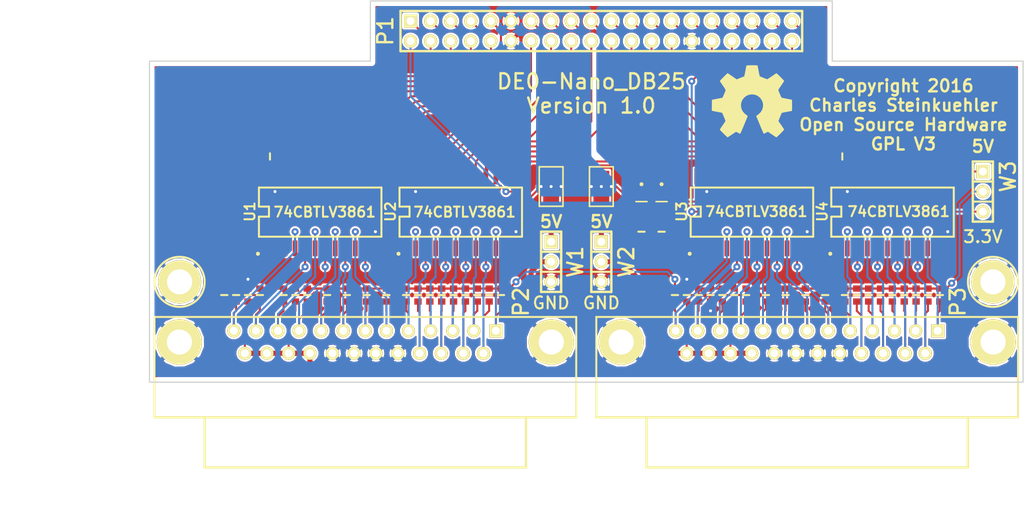
<source format=kicad_pcb>
(kicad_pcb (version 20160815) (host pcbnew no-vcs-found-7520~57~ubuntu14.04.1)
  (layers (0 F.Cu signal) (31 B.Cu signal) (34 B.Paste user) (35 F.Paste user) (36 B.SilkS user) (37 F.SilkS user) (38 B.Mask user) (39 F.Mask user) (44 Edge.Cuts user))
  (net 0 "")
  (net 1 +3.3V)
  (net 2 +5V)
  (net 3 /J1-0)
  (net 4 /J1-1)
  (net 5 /J1-10)
  (net 6 /J1-11)
  (net 7 /J1-12)
  (net 8 /J1-13)
  (net 9 /J1-14)
  (net 10 /J1-15)
  (net 11 /J1-16)
  (net 12 /J1-2)
  (net 13 /J1-3)
  (net 14 /J1-4)
  (net 15 /J1-5)
  (net 16 /J1-6)
  (net 17 /J1-7)
  (net 18 /J1-8)
  (net 19 /J1-9)
  (net 20 /J1-PWR)
  (net 21 /J1B0)
  (net 22 /J1B1)
  (net 23 /J1B10)
  (net 24 /J1B11)
  (net 25 /J1B12)
  (net 26 /J1B13)
  (net 27 /J1B14)
  (net 28 /J1B15)
  (net 29 /J1B16)
  (net 30 /J1B2)
  (net 31 /J1B3)
  (net 32 /J1B4)
  (net 33 /J1B5)
  (net 34 /J1B6)
  (net 35 /J1B7)
  (net 36 /J1B8)
  (net 37 /J1B9)
  (net 38 /J2-0)
  (net 39 /J2-1)
  (net 40 /J2-10)
  (net 41 /J2-11)
  (net 42 /J2-12)
  (net 43 /J2-13)
  (net 44 /J2-14)
  (net 45 /J2-15)
  (net 46 /J2-16)
  (net 47 /J2-2)
  (net 48 /J2-3)
  (net 49 /J2-4)
  (net 50 /J2-5)
  (net 51 /J2-6)
  (net 52 /J2-7)
  (net 53 /J2-8)
  (net 54 /J2-9)
  (net 55 /J2-PWR)
  (net 56 /J2B0)
  (net 57 /J2B1)
  (net 58 /J2B10)
  (net 59 /J2B11)
  (net 60 /J2B12)
  (net 61 /J2B13)
  (net 62 /J2B14)
  (net 63 /J2B15)
  (net 64 /J2B16)
  (net 65 /J2B2)
  (net 66 /J2B3)
  (net 67 /J2B4)
  (net 68 /J2B5)
  (net 69 /J2B6)
  (net 70 /J2B7)
  (net 71 /J2B8)
  (net 72 /J2B9)
  (net 73 /LED0)
  (net 74 /LED1)
  (net 75 /VPU)
  (net 76 GND)
  (net 77 N-0000010)
  (net 78 N-0000011)
  (net 79 N-000005)
  (net 80 N-000009)
  (module LOGO (layer F.Cu) (at 142.24 77.47)
    (fp_text reference G*** hide)
    (fp_text value LOGO hide)
  )
  (module SOIC127P1030X265-24N (layer F.Cu) (at 87.63 91.44)
    (fp_text reference U1 (at -8.89 0 90) (layer F.SilkS) (effects (font (size 1.27 1.27) (thickness 0.254))))
    (fp_text value 74CBTLV3861 (at 0.57 0.06) (layer F.SilkS) (effects (font (size 1.27 1.27) (thickness 0.254))))
    (pad 1 smd rect (at -6.985 4.65) (size 0.6 2) (layers F.Cu F.Paste F.Mask))
    (pad 2 smd rect (at -5.715 4.65) (size 0.6 2) (layers F.Cu F.Paste F.Mask))
    (pad 3 smd rect (at -4.445 4.65) (size 0.6 2) (layers F.Cu F.Paste F.Mask))
    (pad 4 smd rect (at -3.175 4.65) (size 0.6 2) (layers F.Cu F.Paste F.Mask) (net 11 /J1-16))
    (pad 5 smd rect (at -1.905 4.65) (size 0.6 2) (layers F.Cu F.Paste F.Mask) (net 10 /J1-15))
    (pad 6 smd rect (at -0.635 4.65) (size 0.6 2) (layers F.Cu F.Paste F.Mask) (net 9 /J1-14))
    (pad 7 smd rect (at 0.635 4.65) (size 0.6 2) (layers F.Cu F.Paste F.Mask) (net 8 /J1-13))
    (pad 8 smd rect (at 1.905 4.65) (size 0.6 2) (layers F.Cu F.Paste F.Mask) (net 7 /J1-12))
    (pad 9 smd rect (at 3.175 4.65) (size 0.6 2) (layers F.Cu F.Paste F.Mask) (net 6 /J1-11))
    (pad 10 smd rect (at 4.445 4.65) (size 0.6 2) (layers F.Cu F.Paste F.Mask) (net 5 /J1-10))
    (pad 11 smd rect (at 5.715 4.65) (size 0.6 2) (layers F.Cu F.Paste F.Mask) (net 19 /J1-9))
    (pad 12 smd rect (at 6.985 4.65) (size 0.6 2) (layers F.Cu F.Paste F.Mask) (net 76 GND))
    (pad 13 smd rect (at 6.985 -4.445) (size 0.6 2) (layers F.Cu F.Paste F.Mask) (net 37 /J1B9))
    (pad 14 smd rect (at 5.715 -4.445) (size 0.6 2) (layers F.Cu F.Paste F.Mask) (net 23 /J1B10))
    (pad 15 smd rect (at 4.445 -4.445) (size 0.6 2) (layers F.Cu F.Paste F.Mask) (net 24 /J1B11))
    (pad 16 smd rect (at 3.175 -4.445) (size 0.6 2) (layers F.Cu F.Paste F.Mask) (net 25 /J1B12))
    (pad 17 smd rect (at 1.905 -4.445) (size 0.6 2) (layers F.Cu F.Paste F.Mask) (net 26 /J1B13))
    (pad 18 smd rect (at 0.635 -4.445) (size 0.6 2) (layers F.Cu F.Paste F.Mask) (net 27 /J1B14))
    (pad 19 smd rect (at -0.635 -4.445) (size 0.6 2) (layers F.Cu F.Paste F.Mask) (net 28 /J1B15))
    (pad 20 smd rect (at -1.905 -4.445) (size 0.6 2) (layers F.Cu F.Paste F.Mask) (net 29 /J1B16))
    (pad 21 smd rect (at -3.175 -4.445) (size 0.6 2) (layers F.Cu F.Paste F.Mask))
    (pad 22 smd rect (at -4.445 -4.445) (size 0.6 2) (layers F.Cu F.Paste F.Mask))
    (pad 23 smd rect (at -5.715 -4.445) (size 0.6 2) (layers F.Cu F.Paste F.Mask) (net 76 GND))
    (pad 24 smd rect (at -6.985 -4.445) (size 0.6 2) (layers F.Cu F.Paste F.Mask) (net 2 +5V))
  )
  (module SOIC127P1030X265-24N (layer F.Cu) (at 105.41 91.44)
    (fp_text reference U2 (at -8.89 0 90) (layer F.SilkS) (effects (font (size 1.27 1.27) (thickness 0.254))))
    (fp_text value 74CBTLV3861 (at 0.49 0.06) (layer F.SilkS) (effects (font (size 1.27 1.27) (thickness 0.254))))
    (pad 1 smd rect (at -6.985 4.65) (size 0.6 2) (layers F.Cu F.Paste F.Mask))
    (pad 2 smd rect (at -5.715 4.65) (size 0.6 2) (layers F.Cu F.Paste F.Mask) (net 18 /J1-8))
    (pad 3 smd rect (at -4.445 4.65) (size 0.6 2) (layers F.Cu F.Paste F.Mask) (net 17 /J1-7))
    (pad 4 smd rect (at -3.175 4.65) (size 0.6 2) (layers F.Cu F.Paste F.Mask) (net 16 /J1-6))
    (pad 5 smd rect (at -1.905 4.65) (size 0.6 2) (layers F.Cu F.Paste F.Mask) (net 15 /J1-5))
    (pad 6 smd rect (at -0.635 4.65) (size 0.6 2) (layers F.Cu F.Paste F.Mask) (net 14 /J1-4))
    (pad 7 smd rect (at 0.635 4.65) (size 0.6 2) (layers F.Cu F.Paste F.Mask) (net 13 /J1-3))
    (pad 8 smd rect (at 1.905 4.65) (size 0.6 2) (layers F.Cu F.Paste F.Mask) (net 12 /J1-2))
    (pad 9 smd rect (at 3.175 4.65) (size 0.6 2) (layers F.Cu F.Paste F.Mask) (net 4 /J1-1))
    (pad 10 smd rect (at 4.445 4.65) (size 0.6 2) (layers F.Cu F.Paste F.Mask) (net 3 /J1-0))
    (pad 11 smd rect (at 5.715 4.65) (size 0.6 2) (layers F.Cu F.Paste F.Mask))
    (pad 12 smd rect (at 6.985 4.65) (size 0.6 2) (layers F.Cu F.Paste F.Mask) (net 76 GND))
    (pad 13 smd rect (at 6.985 -4.445) (size 0.6 2) (layers F.Cu F.Paste F.Mask))
    (pad 14 smd rect (at 5.715 -4.445) (size 0.6 2) (layers F.Cu F.Paste F.Mask) (net 21 /J1B0))
    (pad 15 smd rect (at 4.445 -4.445) (size 0.6 2) (layers F.Cu F.Paste F.Mask) (net 22 /J1B1))
    (pad 16 smd rect (at 3.175 -4.445) (size 0.6 2) (layers F.Cu F.Paste F.Mask) (net 30 /J1B2))
    (pad 17 smd rect (at 1.905 -4.445) (size 0.6 2) (layers F.Cu F.Paste F.Mask) (net 31 /J1B3))
    (pad 18 smd rect (at 0.635 -4.445) (size 0.6 2) (layers F.Cu F.Paste F.Mask) (net 32 /J1B4))
    (pad 19 smd rect (at -0.635 -4.445) (size 0.6 2) (layers F.Cu F.Paste F.Mask) (net 33 /J1B5))
    (pad 20 smd rect (at -1.905 -4.445) (size 0.6 2) (layers F.Cu F.Paste F.Mask) (net 34 /J1B6))
    (pad 21 smd rect (at -3.175 -4.445) (size 0.6 2) (layers F.Cu F.Paste F.Mask) (net 35 /J1B7))
    (pad 22 smd rect (at -4.445 -4.445) (size 0.6 2) (layers F.Cu F.Paste F.Mask) (net 36 /J1B8))
    (pad 23 smd rect (at -5.715 -4.445) (size 0.6 2) (layers F.Cu F.Paste F.Mask) (net 76 GND))
    (pad 24 smd rect (at -6.985 -4.445) (size 0.6 2) (layers F.Cu F.Paste F.Mask) (net 2 +5V))
  )
  (module SOIC127P1030X265-24N (layer F.Cu) (at 142.24 91.44)
    (fp_text reference U3 (at -8.89 0 90) (layer F.SilkS) (effects (font (size 1.27 1.27) (thickness 0.254))))
    (fp_text value 74CBTLV3861 (at 0.56 0) (layer F.SilkS) (effects (font (size 1.27 1.27) (thickness 0.254))))
    (pad 1 smd rect (at -6.985 4.65) (size 0.6 2) (layers F.Cu F.Paste F.Mask))
    (pad 2 smd rect (at -5.715 4.65) (size 0.6 2) (layers F.Cu F.Paste F.Mask))
    (pad 3 smd rect (at -4.445 4.65) (size 0.6 2) (layers F.Cu F.Paste F.Mask))
    (pad 4 smd rect (at -3.175 4.65) (size 0.6 2) (layers F.Cu F.Paste F.Mask) (net 46 /J2-16))
    (pad 5 smd rect (at -1.905 4.65) (size 0.6 2) (layers F.Cu F.Paste F.Mask) (net 45 /J2-15))
    (pad 6 smd rect (at -0.635 4.65) (size 0.6 2) (layers F.Cu F.Paste F.Mask) (net 44 /J2-14))
    (pad 7 smd rect (at 0.635 4.65) (size 0.6 2) (layers F.Cu F.Paste F.Mask) (net 43 /J2-13))
    (pad 8 smd rect (at 1.905 4.65) (size 0.6 2) (layers F.Cu F.Paste F.Mask) (net 42 /J2-12))
    (pad 9 smd rect (at 3.175 4.65) (size 0.6 2) (layers F.Cu F.Paste F.Mask) (net 41 /J2-11))
    (pad 10 smd rect (at 4.445 4.65) (size 0.6 2) (layers F.Cu F.Paste F.Mask) (net 40 /J2-10))
    (pad 11 smd rect (at 5.715 4.65) (size 0.6 2) (layers F.Cu F.Paste F.Mask) (net 54 /J2-9))
    (pad 12 smd rect (at 6.985 4.65) (size 0.6 2) (layers F.Cu F.Paste F.Mask) (net 76 GND))
    (pad 13 smd rect (at 6.985 -4.445) (size 0.6 2) (layers F.Cu F.Paste F.Mask) (net 72 /J2B9))
    (pad 14 smd rect (at 5.715 -4.445) (size 0.6 2) (layers F.Cu F.Paste F.Mask) (net 58 /J2B10))
    (pad 15 smd rect (at 4.445 -4.445) (size 0.6 2) (layers F.Cu F.Paste F.Mask) (net 59 /J2B11))
    (pad 16 smd rect (at 3.175 -4.445) (size 0.6 2) (layers F.Cu F.Paste F.Mask) (net 60 /J2B12))
    (pad 17 smd rect (at 1.905 -4.445) (size 0.6 2) (layers F.Cu F.Paste F.Mask) (net 61 /J2B13))
    (pad 18 smd rect (at 0.635 -4.445) (size 0.6 2) (layers F.Cu F.Paste F.Mask) (net 62 /J2B14))
    (pad 19 smd rect (at -0.635 -4.445) (size 0.6 2) (layers F.Cu F.Paste F.Mask) (net 63 /J2B15))
    (pad 20 smd rect (at -1.905 -4.445) (size 0.6 2) (layers F.Cu F.Paste F.Mask) (net 64 /J2B16))
    (pad 21 smd rect (at -3.175 -4.445) (size 0.6 2) (layers F.Cu F.Paste F.Mask))
    (pad 22 smd rect (at -4.445 -4.445) (size 0.6 2) (layers F.Cu F.Paste F.Mask))
    (pad 23 smd rect (at -5.715 -4.445) (size 0.6 2) (layers F.Cu F.Paste F.Mask) (net 76 GND))
    (pad 24 smd rect (at -6.985 -4.445) (size 0.6 2) (layers F.Cu F.Paste F.Mask) (net 2 +5V))
  )
  (module SOIC127P1030X265-24N (layer F.Cu) (at 160.02 91.44)
    (fp_text reference U4 (at -8.89 0 90) (layer F.SilkS) (effects (font (size 1.27 1.27) (thickness 0.254))))
    (fp_text value 74CBTLV3861 (at 0.78 0) (layer F.SilkS) (effects (font (size 1.27 1.27) (thickness 0.254))))
    (pad 1 smd rect (at -6.985 4.65) (size 0.6 2) (layers F.Cu F.Paste F.Mask))
    (pad 2 smd rect (at -5.715 4.65) (size 0.6 2) (layers F.Cu F.Paste F.Mask) (net 53 /J2-8))
    (pad 3 smd rect (at -4.445 4.65) (size 0.6 2) (layers F.Cu F.Paste F.Mask) (net 52 /J2-7))
    (pad 4 smd rect (at -3.175 4.65) (size 0.6 2) (layers F.Cu F.Paste F.Mask) (net 51 /J2-6))
    (pad 5 smd rect (at -1.905 4.65) (size 0.6 2) (layers F.Cu F.Paste F.Mask) (net 50 /J2-5))
    (pad 6 smd rect (at -0.635 4.65) (size 0.6 2) (layers F.Cu F.Paste F.Mask) (net 49 /J2-4))
    (pad 7 smd rect (at 0.635 4.65) (size 0.6 2) (layers F.Cu F.Paste F.Mask) (net 48 /J2-3))
    (pad 8 smd rect (at 1.905 4.65) (size 0.6 2) (layers F.Cu F.Paste F.Mask) (net 47 /J2-2))
    (pad 9 smd rect (at 3.175 4.65) (size 0.6 2) (layers F.Cu F.Paste F.Mask) (net 39 /J2-1))
    (pad 10 smd rect (at 4.445 4.65) (size 0.6 2) (layers F.Cu F.Paste F.Mask) (net 38 /J2-0))
    (pad 11 smd rect (at 5.715 4.65) (size 0.6 2) (layers F.Cu F.Paste F.Mask))
    (pad 12 smd rect (at 6.985 4.65) (size 0.6 2) (layers F.Cu F.Paste F.Mask) (net 76 GND))
    (pad 13 smd rect (at 6.985 -4.445) (size 0.6 2) (layers F.Cu F.Paste F.Mask))
    (pad 14 smd rect (at 5.715 -4.445) (size 0.6 2) (layers F.Cu F.Paste F.Mask) (net 56 /J2B0))
    (pad 15 smd rect (at 4.445 -4.445) (size 0.6 2) (layers F.Cu F.Paste F.Mask) (net 57 /J2B1))
    (pad 16 smd rect (at 3.175 -4.445) (size 0.6 2) (layers F.Cu F.Paste F.Mask) (net 65 /J2B2))
    (pad 17 smd rect (at 1.905 -4.445) (size 0.6 2) (layers F.Cu F.Paste F.Mask) (net 66 /J2B3))
    (pad 18 smd rect (at 0.635 -4.445) (size 0.6 2) (layers F.Cu F.Paste F.Mask) (net 67 /J2B4))
    (pad 19 smd rect (at -0.635 -4.445) (size 0.6 2) (layers F.Cu F.Paste F.Mask) (net 68 /J2B5))
    (pad 20 smd rect (at -1.905 -4.445) (size 0.6 2) (layers F.Cu F.Paste F.Mask) (net 69 /J2B6))
    (pad 21 smd rect (at -3.175 -4.445) (size 0.6 2) (layers F.Cu F.Paste F.Mask) (net 70 /J2B7))
    (pad 22 smd rect (at -4.445 -4.445) (size 0.6 2) (layers F.Cu F.Paste F.Mask) (net 71 /J2B8))
    (pad 23 smd rect (at -5.715 -4.445) (size 0.6 2) (layers F.Cu F.Paste F.Mask) (net 76 GND))
    (pad 24 smd rect (at -6.985 -4.445) (size 0.6 2) (layers F.Cu F.Paste F.Mask) (net 2 +5V))
  )
  (module Shunt (layer F.Cu) (at 116.84 96.52 90)
    (fp_text reference S1 hide)
    (fp_text value SHUNT hide)
  )
  (module Shunt (layer F.Cu) (at 123.19 96.52 90)
    (fp_text reference S2 hide)
    (fp_text value SHUNT hide)
  )
  (module Shunt (layer F.Cu) (at 171.45 87.63 90)
    (fp_text reference S3 hide)
    (fp_text value SHUNT hide)
  )
  (module pin_strip_3 (layer F.Cu) (at 116.84 97.79 270)
    (fp_text reference W1 (at 0.01 -3.06 270) (layer F.SilkS) (effects (font (size 1.905 1.905) (thickness 0.3048))))
    (fp_text value HEADER_3 hide)
    (pad 1 thru_hole rect (at -2.54 0 270) (size 1.6764 1.651) (drill 1.016) (layers *.Cu *.Mask F.SilkS) (net 20 /J1-PWR))
    (pad 2 thru_hole circle (at 0 0 270) (size 1.651 1.651) (drill 1.016) (layers *.Cu *.Mask F.SilkS) (net 78 N-0000011))
    (pad 3 thru_hole circle (at 2.54 0 270) (size 1.651 1.651) (drill 1.016) (layers *.Cu *.Mask F.SilkS) (net 76 GND))
  )
  (module pin_strip_3 (layer F.Cu) (at 123.19 97.79 270)
    (fp_text reference W2 (at 0.01 -3.175 270) (layer F.SilkS) (effects (font (size 1.905 1.905) (thickness 0.3048))))
    (fp_text value HEADER_3 hide)
    (pad 1 thru_hole rect (at -2.54 0 270) (size 1.6764 1.651) (drill 1.016) (layers *.Cu *.Mask F.SilkS) (net 55 /J2-PWR))
    (pad 2 thru_hole circle (at 0 0 270) (size 1.651 1.651) (drill 1.016) (layers *.Cu *.Mask F.SilkS) (net 79 N-000005))
    (pad 3 thru_hole circle (at 2.54 0 270) (size 1.651 1.651) (drill 1.016) (layers *.Cu *.Mask F.SilkS) (net 76 GND))
  )
  (module pin_strip_3 (layer F.Cu) (at 171.45 88.9 270)
    (fp_text reference W3 (at -1.905 -3.175 270) (layer F.SilkS) (effects (font (size 1.905 1.905) (thickness 0.3048))))
    (fp_text value HEADER_3 hide)
    (pad 1 thru_hole rect (at -2.54 0 270) (size 1.6764 1.651) (drill 1.016) (layers *.Cu *.Mask F.SilkS) (net 2 +5V))
    (pad 2 thru_hole circle (at 0 0 270) (size 1.651 1.651) (drill 1.016) (layers *.Cu *.Mask F.SilkS) (net 75 /VPU))
    (pad 3 thru_hole circle (at 2.54 0 270) (size 1.651 1.651) (drill 1.016) (layers *.Cu *.Mask F.SilkS) (net 1 +3.3V))
  )
  (module MTH_4-40 (layer F.Cu) (at 69.85 100.33)
    (fp_text reference M1 hide)
    (fp_text value 4-40 hide)
    (pad 1 thru_hole circle (at 0 0) (size 5.461 5.461) (drill 3.175) (layers *.Cu *.Mask F.SilkS) (net 76 GND))
  )
  (module MTH_4-40 (layer F.Cu) (at 172.72 100.33)
    (fp_text reference M2 hide)
    (fp_text value 4-40 hide)
    (pad 1 thru_hole circle (at 0 0) (size 5.461 5.461) (drill 3.175) (layers *.Cu *.Mask F.SilkS) (net 76 GND))
  )
  (module BOURNS-MF-NSMF (layer F.Cu) (at 123.19 88.265 90)
    (fp_text reference PTC2 hide)
    (fp_text value 2A hide)
    (pad 1 smd rect (at -1.5 0 90) (size 1 2) (layers F.Cu F.Paste F.Mask) (net 55 /J2-PWR))
    (pad 2 smd rect (at 1.5 0 90) (size 1 2) (layers F.Cu F.Paste F.Mask) (net 2 +5V))
  )
  (module BOURNS-MF-NSMF (layer F.Cu) (at 116.84 88.265 90)
    (fp_text reference PTC1 hide)
    (fp_text value 2A hide)
    (pad 1 smd rect (at -1.5 0 90) (size 1 2) (layers F.Cu F.Paste F.Mask) (net 20 /J1-PWR))
    (pad 2 smd rect (at 1.5 0 90) (size 1 2) (layers F.Cu F.Paste F.Mask) (net 2 +5V))
  )
  (module Pin_Socket_20x2 (layer F.Cu) (at 123.19 68.58)
    (fp_text reference P1 (at -27.305 0 90) (layer F.SilkS) (effects (font (size 1.905 1.905) (thickness 0.3048))))
    (fp_text value CONN_20X2 hide)
    (pad 1 thru_hole rect (at -24.13 -1.27) (size 1.651 1.651) (drill 1.016) (layers *.Cu *.Mask F.SilkS) (net 29 /J1B16))
    (pad 2 thru_hole circle (at -24.13 1.27) (size 1.651 1.651) (drill 1.016) (layers *.Cu *.Mask F.SilkS) (net 73 /LED0))
    (pad 3 thru_hole circle (at -21.59 -1.27) (size 1.651 1.651) (drill 1.016) (layers *.Cu *.Mask F.SilkS) (net 27 /J1B14))
    (pad 4 thru_hole circle (at -21.59 1.27) (size 1.651 1.651) (drill 1.016) (layers *.Cu *.Mask F.SilkS) (net 28 /J1B15))
    (pad 5 thru_hole circle (at -19.05 -1.27) (size 1.651 1.651) (drill 1.016) (layers *.Cu *.Mask F.SilkS) (net 25 /J1B12))
    (pad 6 thru_hole circle (at -19.05 1.27) (size 1.651 1.651) (drill 1.016) (layers *.Cu *.Mask F.SilkS) (net 26 /J1B13))
    (pad 7 thru_hole circle (at -16.51 -1.27) (size 1.651 1.651) (drill 1.016) (layers *.Cu *.Mask F.SilkS) (net 23 /J1B10))
    (pad 8 thru_hole circle (at -16.51 1.27) (size 1.651 1.651) (drill 1.016) (layers *.Cu *.Mask F.SilkS) (net 24 /J1B11))
    (pad 9 thru_hole circle (at -13.97 -1.27) (size 1.651 1.651) (drill 1.016) (layers *.Cu *.Mask F.SilkS) (net 36 /J1B8))
    (pad 10 thru_hole circle (at -13.97 1.27) (size 1.651 1.651) (drill 1.016) (layers *.Cu *.Mask F.SilkS) (net 37 /J1B9))
    (pad 11 thru_hole circle (at -11.43 -1.27) (size 1.651 1.651) (drill 1.016) (layers *.Cu *.Mask F.SilkS) (net 2 +5V))
    (pad 12 thru_hole circle (at -11.43 1.27) (size 1.651 1.651) (drill 1.016) (layers *.Cu *.Mask F.SilkS) (net 76 GND))
    (pad 13 thru_hole circle (at -8.89 -1.27) (size 1.651 1.651) (drill 1.016) (layers *.Cu *.Mask F.SilkS) (net 34 /J1B6))
    (pad 14 thru_hole circle (at -8.89 1.27) (size 1.651 1.651) (drill 1.016) (layers *.Cu *.Mask F.SilkS) (net 35 /J1B7))
    (pad 15 thru_hole circle (at -6.35 -1.27) (size 1.651 1.651) (drill 1.016) (layers *.Cu *.Mask F.SilkS) (net 32 /J1B4))
    (pad 16 thru_hole circle (at -6.35 1.27) (size 1.651 1.651) (drill 1.016) (layers *.Cu *.Mask F.SilkS) (net 33 /J1B5))
    (pad 17 thru_hole circle (at -3.81 -1.27) (size 1.651 1.651) (drill 1.016) (layers *.Cu *.Mask F.SilkS) (net 30 /J1B2))
    (pad 18 thru_hole circle (at -3.81 1.27) (size 1.651 1.651) (drill 1.016) (layers *.Cu *.Mask F.SilkS) (net 31 /J1B3))
    (pad 19 thru_hole circle (at -1.27 -1.27) (size 1.651 1.651) (drill 1.016) (layers *.Cu *.Mask F.SilkS) (net 21 /J1B0))
    (pad 20 thru_hole circle (at -1.27 1.27) (size 1.651 1.651) (drill 1.016) (layers *.Cu *.Mask F.SilkS) (net 22 /J1B1))
    (pad 21 thru_hole circle (at 1.27 -1.27) (size 1.651 1.651) (drill 1.016) (layers *.Cu *.Mask F.SilkS) (net 64 /J2B16))
    (pad 22 thru_hole circle (at 1.27 1.27) (size 1.651 1.651) (drill 1.016) (layers *.Cu *.Mask F.SilkS) (net 74 /LED1))
    (pad 23 thru_hole circle (at 3.81 -1.27) (size 1.651 1.651) (drill 1.016) (layers *.Cu *.Mask F.SilkS) (net 62 /J2B14))
    (pad 24 thru_hole circle (at 3.81 1.27) (size 1.651 1.651) (drill 1.016) (layers *.Cu *.Mask F.SilkS) (net 63 /J2B15))
    (pad 25 thru_hole circle (at 6.35 -1.27) (size 1.651 1.651) (drill 1.016) (layers *.Cu *.Mask F.SilkS) (net 60 /J2B12))
    (pad 26 thru_hole circle (at 6.35 1.27) (size 1.651 1.651) (drill 1.016) (layers *.Cu *.Mask F.SilkS) (net 61 /J2B13))
    (pad 27 thru_hole circle (at 8.89 -1.27) (size 1.651 1.651) (drill 1.016) (layers *.Cu *.Mask F.SilkS) (net 58 /J2B10))
    (pad 28 thru_hole circle (at 8.89 1.27) (size 1.651 1.651) (drill 1.016) (layers *.Cu *.Mask F.SilkS) (net 59 /J2B11))
    (pad 29 thru_hole circle (at 11.43 -1.27) (size 1.651 1.651) (drill 1.016) (layers *.Cu *.Mask F.SilkS) (net 1 +3.3V))
    (pad 30 thru_hole circle (at 11.43 1.27) (size 1.651 1.651) (drill 1.016) (layers *.Cu *.Mask F.SilkS) (net 76 GND))
    (pad 31 thru_hole circle (at 13.97 -1.27) (size 1.651 1.651) (drill 1.016) (layers *.Cu *.Mask F.SilkS) (net 71 /J2B8))
    (pad 32 thru_hole circle (at 13.97 1.27) (size 1.651 1.651) (drill 1.016) (layers *.Cu *.Mask F.SilkS) (net 72 /J2B9))
    (pad 33 thru_hole circle (at 16.51 -1.27) (size 1.651 1.651) (drill 1.016) (layers *.Cu *.Mask F.SilkS) (net 69 /J2B6))
    (pad 34 thru_hole circle (at 16.51 1.27) (size 1.651 1.651) (drill 1.016) (layers *.Cu *.Mask F.SilkS) (net 70 /J2B7))
    (pad 35 thru_hole circle (at 19.05 -1.27) (size 1.651 1.651) (drill 1.016) (layers *.Cu *.Mask F.SilkS) (net 67 /J2B4))
    (pad 36 thru_hole circle (at 19.05 1.27) (size 1.651 1.651) (drill 1.016) (layers *.Cu *.Mask F.SilkS) (net 68 /J2B5))
    (pad 37 thru_hole circle (at 21.59 -1.27) (size 1.651 1.651) (drill 1.016) (layers *.Cu *.Mask F.SilkS) (net 65 /J2B2))
    (pad 38 thru_hole circle (at 21.59 1.27) (size 1.651 1.651) (drill 1.016) (layers *.Cu *.Mask F.SilkS) (net 66 /J2B3))
    (pad 39 thru_hole circle (at 24.13 -1.27) (size 1.651 1.651) (drill 1.016) (layers *.Cu *.Mask F.SilkS) (net 56 /J2B0))
    (pad 40 thru_hole circle (at 24.13 1.27) (size 1.651 1.651) (drill 1.016) (layers *.Cu *.Mask F.SilkS) (net 57 /J2B1))
  )
  (module OSRAM-LED-0805 (layer F.Cu) (at 128.27 90.17 270)
    (fp_text reference LED1 hide)
    (fp_text value Yellow hide)
    (pad K smd rect (at -1.05 0 270) (size 1.2 1.2) (layers F.Cu F.Paste F.Mask) (net 73 /LED0))
    (pad A smd rect (at 1.05 0 270) (size 1.2 1.2) (layers F.Cu F.Paste F.Mask) (net 80 N-000009))
  )
  (module OSRAM-LED-0805 (layer F.Cu) (at 130.81 90.17 270)
    (fp_text reference LED2 hide)
    (fp_text value Yellow hide)
    (pad K smd rect (at -1.05 0 270) (size 1.2 1.2) (layers F.Cu F.Paste F.Mask) (net 74 /LED1))
    (pad A smd rect (at 1.05 0 270) (size 1.2 1.2) (layers F.Cu F.Paste F.Mask) (net 77 N-0000010))
  )
  (module AMP-5747846 (layer F.Cu) (at 93.345 107.95 180)
    (fp_text reference P2 (at -19.685 5.08 270) (layer F.SilkS) (effects (font (size 1.905 1.905) (thickness 0.3048))))
    (fp_text value DB25 hide)
    (pad "" thru_hole circle (at 23.5204 0 180) (size 5.715 5.715) (drill 3.175) (layers *.Cu *.Mask F.SilkS) (net 76 GND))
    (pad "" thru_hole circle (at -23.5204 0 180) (size 5.715 5.715) (drill 3.175) (layers *.Cu *.Mask F.SilkS) (net 76 GND))
    (pad 1 thru_hole rect (at -16.51 1.4224 180) (size 1.651 1.651) (drill 1.016) (layers *.Cu *.Mask F.SilkS) (net 3 /J1-0))
    (pad 2 thru_hole circle (at -13.716 1.4224 180) (size 1.651 1.651) (drill 1.016) (layers *.Cu *.Mask F.SilkS) (net 12 /J1-2))
    (pad 3 thru_hole circle (at -11.049 1.4224 180) (size 1.651 1.651) (drill 1.016) (layers *.Cu *.Mask F.SilkS) (net 14 /J1-4))
    (pad 4 thru_hole circle (at -8.255 1.4224 180) (size 1.651 1.651) (drill 1.016) (layers *.Cu *.Mask F.SilkS) (net 16 /J1-6))
    (pad 5 thru_hole circle (at -5.461 1.4224 180) (size 1.651 1.651) (drill 1.016) (layers *.Cu *.Mask F.SilkS) (net 18 /J1-8))
    (pad 6 thru_hole circle (at -2.667 1.4224 180) (size 1.651 1.651) (drill 1.016) (layers *.Cu *.Mask F.SilkS) (net 19 /J1-9))
    (pad 7 thru_hole circle (at 0 1.4224 180) (size 1.651 1.651) (drill 1.016) (layers *.Cu *.Mask F.SilkS) (net 5 /J1-10))
    (pad 8 thru_hole circle (at 2.794 1.4224 180) (size 1.651 1.651) (drill 1.016) (layers *.Cu *.Mask F.SilkS) (net 6 /J1-11))
    (pad 9 thru_hole circle (at 5.588 1.4224 180) (size 1.651 1.651) (drill 1.016) (layers *.Cu *.Mask F.SilkS) (net 7 /J1-12))
    (pad 10 thru_hole circle (at 8.382 1.4224 180) (size 1.651 1.651) (drill 1.016) (layers *.Cu *.Mask F.SilkS) (net 8 /J1-13))
    (pad 11 thru_hole circle (at 11.049 1.4224 180) (size 1.651 1.651) (drill 1.016) (layers *.Cu *.Mask F.SilkS) (net 9 /J1-14))
    (pad 12 thru_hole circle (at 13.843 1.4224 180) (size 1.651 1.651) (drill 1.016) (layers *.Cu *.Mask F.SilkS) (net 10 /J1-15))
    (pad 13 thru_hole circle (at 16.637 1.4224 180) (size 1.651 1.651) (drill 1.016) (layers *.Cu *.Mask F.SilkS) (net 11 /J1-16))
    (pad 14 thru_hole circle (at -14.9352 -1.4224 180) (size 1.651 1.651) (drill 1.016) (layers *.Cu *.Mask F.SilkS) (net 4 /J1-1))
    (pad 15 thru_hole circle (at -12.3952 -1.4224 180) (size 1.651 1.651) (drill 1.016) (layers *.Cu *.Mask F.SilkS) (net 13 /J1-3))
    (pad 16 thru_hole circle (at -9.6012 -1.4224 180) (size 1.651 1.651) (drill 1.016) (layers *.Cu *.Mask F.SilkS) (net 15 /J1-5))
    (pad 17 thru_hole circle (at -6.858 -1.4224 180) (size 1.651 1.651) (drill 1.016) (layers *.Cu *.Mask F.SilkS) (net 17 /J1-7))
    (pad 18 thru_hole circle (at -4.1148 -1.4224 180) (size 1.651 1.651) (drill 1.016) (layers *.Cu *.Mask F.SilkS) (net 76 GND))
    (pad 19 thru_hole circle (at -1.3208 -1.4224 180) (size 1.651 1.651) (drill 1.016) (layers *.Cu *.Mask F.SilkS) (net 76 GND))
    (pad 20 thru_hole circle (at 1.4224 -1.4224 180) (size 1.651 1.651) (drill 1.016) (layers *.Cu *.Mask F.SilkS) (net 76 GND))
    (pad 21 thru_hole circle (at 4.1656 -1.4224 180) (size 1.651 1.651) (drill 1.016) (layers *.Cu *.Mask F.SilkS) (net 76 GND))
    (pad 22 thru_hole circle (at 7.0104 -1.4224 180) (size 1.651 1.651) (drill 1.016) (layers *.Cu *.Mask F.SilkS) (net 78 N-0000011))
    (pad 23 thru_hole circle (at 9.7028 -1.4224 180) (size 1.651 1.651) (drill 1.016) (layers *.Cu *.Mask F.SilkS) (net 78 N-0000011))
    (pad 24 thru_hole circle (at 12.446 -1.4224 180) (size 1.651 1.651) (drill 1.016) (layers *.Cu *.Mask F.SilkS) (net 78 N-0000011))
    (pad 25 thru_hole circle (at 15.24 -1.4224 180) (size 1.651 1.651) (drill 1.016) (layers *.Cu *.Mask F.SilkS) (net 78 N-0000011))
  )
  (module AMP-5747846 (layer F.Cu) (at 149.225 107.95 180)
    (fp_text reference P3 (at -19.05 5.08 270) (layer F.SilkS) (effects (font (size 1.905 1.905) (thickness 0.3048))))
    (fp_text value DB25 hide)
    (pad "" thru_hole circle (at 23.5204 0 180) (size 5.715 5.715) (drill 3.175) (layers *.Cu *.Mask F.SilkS) (net 76 GND))
    (pad "" thru_hole circle (at -23.5204 0 180) (size 5.715 5.715) (drill 3.175) (layers *.Cu *.Mask F.SilkS) (net 76 GND))
    (pad 1 thru_hole rect (at -16.51 1.4224 180) (size 1.651 1.651) (drill 1.016) (layers *.Cu *.Mask F.SilkS) (net 38 /J2-0))
    (pad 2 thru_hole circle (at -13.716 1.4224 180) (size 1.651 1.651) (drill 1.016) (layers *.Cu *.Mask F.SilkS) (net 47 /J2-2))
    (pad 3 thru_hole circle (at -11.049 1.4224 180) (size 1.651 1.651) (drill 1.016) (layers *.Cu *.Mask F.SilkS) (net 49 /J2-4))
    (pad 4 thru_hole circle (at -8.255 1.4224 180) (size 1.651 1.651) (drill 1.016) (layers *.Cu *.Mask F.SilkS) (net 51 /J2-6))
    (pad 5 thru_hole circle (at -5.461 1.4224 180) (size 1.651 1.651) (drill 1.016) (layers *.Cu *.Mask F.SilkS) (net 53 /J2-8))
    (pad 6 thru_hole circle (at -2.667 1.4224 180) (size 1.651 1.651) (drill 1.016) (layers *.Cu *.Mask F.SilkS) (net 54 /J2-9))
    (pad 7 thru_hole circle (at 0 1.4224 180) (size 1.651 1.651) (drill 1.016) (layers *.Cu *.Mask F.SilkS) (net 40 /J2-10))
    (pad 8 thru_hole circle (at 2.794 1.4224 180) (size 1.651 1.651) (drill 1.016) (layers *.Cu *.Mask F.SilkS) (net 41 /J2-11))
    (pad 9 thru_hole circle (at 5.588 1.4224 180) (size 1.651 1.651) (drill 1.016) (layers *.Cu *.Mask F.SilkS) (net 42 /J2-12))
    (pad 10 thru_hole circle (at 8.382 1.4224 180) (size 1.651 1.651) (drill 1.016) (layers *.Cu *.Mask F.SilkS) (net 43 /J2-13))
    (pad 11 thru_hole circle (at 11.049 1.4224 180) (size 1.651 1.651) (drill 1.016) (layers *.Cu *.Mask F.SilkS) (net 44 /J2-14))
    (pad 12 thru_hole circle (at 13.843 1.4224 180) (size 1.651 1.651) (drill 1.016) (layers *.Cu *.Mask F.SilkS) (net 45 /J2-15))
    (pad 13 thru_hole circle (at 16.637 1.4224 180) (size 1.651 1.651) (drill 1.016) (layers *.Cu *.Mask F.SilkS) (net 46 /J2-16))
    (pad 14 thru_hole circle (at -14.9352 -1.4224 180) (size 1.651 1.651) (drill 1.016) (layers *.Cu *.Mask F.SilkS) (net 39 /J2-1))
    (pad 15 thru_hole circle (at -12.3952 -1.4224 180) (size 1.651 1.651) (drill 1.016) (layers *.Cu *.Mask F.SilkS) (net 48 /J2-3))
    (pad 16 thru_hole circle (at -9.6012 -1.4224 180) (size 1.651 1.651) (drill 1.016) (layers *.Cu *.Mask F.SilkS) (net 50 /J2-5))
    (pad 17 thru_hole circle (at -6.858 -1.4224 180) (size 1.651 1.651) (drill 1.016) (layers *.Cu *.Mask F.SilkS) (net 52 /J2-7))
    (pad 18 thru_hole circle (at -4.1148 -1.4224 180) (size 1.651 1.651) (drill 1.016) (layers *.Cu *.Mask F.SilkS) (net 76 GND))
    (pad 19 thru_hole circle (at -1.3208 -1.4224 180) (size 1.651 1.651) (drill 1.016) (layers *.Cu *.Mask F.SilkS) (net 76 GND))
    (pad 20 thru_hole circle (at 1.4224 -1.4224 180) (size 1.651 1.651) (drill 1.016) (layers *.Cu *.Mask F.SilkS) (net 76 GND))
    (pad 21 thru_hole circle (at 4.1656 -1.4224 180) (size 1.651 1.651) (drill 1.016) (layers *.Cu *.Mask F.SilkS) (net 76 GND))
    (pad 22 thru_hole circle (at 7.0104 -1.4224 180) (size 1.651 1.651) (drill 1.016) (layers *.Cu *.Mask F.SilkS) (net 79 N-000005))
    (pad 23 thru_hole circle (at 9.7028 -1.4224 180) (size 1.651 1.651) (drill 1.016) (layers *.Cu *.Mask F.SilkS) (net 79 N-000005))
    (pad 24 thru_hole circle (at 12.446 -1.4224 180) (size 1.651 1.651) (drill 1.016) (layers *.Cu *.Mask F.SilkS) (net 79 N-000005))
    (pad 25 thru_hole circle (at 15.24 -1.4224 180) (size 1.651 1.651) (drill 1.016) (layers *.Cu *.Mask F.SilkS) (net 79 N-000005))
  )
  (module RESC1608x55N (layer F.Cu) (at 141.5 102 270)
    (fp_text reference R31 hide)
    (fp_text value 3.3k hide)
    (pad 1 smd rect (at -0.82 0 270) (size 0.79 0.93) (layers F.Cu F.Paste F.Mask) (net 75 /VPU))
    (pad 2 smd rect (at 0.82 0 270) (size 0.79 0.93) (layers F.Cu F.Paste F.Mask) (net 43 /J2-13))
  )
  (module RESC1608x55N (layer F.Cu) (at 144 102 270)
    (fp_text reference R30 hide)
    (fp_text value 3.3k hide)
    (pad 1 smd rect (at -0.82 0 270) (size 0.79 0.93) (layers F.Cu F.Paste F.Mask) (net 75 /VPU))
    (pad 2 smd rect (at 0.82 0 270) (size 0.79 0.93) (layers F.Cu F.Paste F.Mask) (net 42 /J2-12))
  )
  (module RESC1608x55N (layer F.Cu) (at 149 102 270)
    (fp_text reference R28 hide)
    (fp_text value 3.3k hide)
    (pad 1 smd rect (at -0.82 0 270) (size 0.79 0.93) (layers F.Cu F.Paste F.Mask) (net 75 /VPU))
    (pad 2 smd rect (at 0.82 0 270) (size 0.79 0.93) (layers F.Cu F.Paste F.Mask) (net 40 /J2-10))
  )
  (module RESC1608x55N (layer F.Cu) (at 151.5 102 270)
    (fp_text reference R27 hide)
    (fp_text value 3.3k hide)
    (pad 1 smd rect (at -0.82 0 270) (size 0.79 0.93) (layers F.Cu F.Paste F.Mask) (net 75 /VPU))
    (pad 2 smd rect (at 0.82 0 270) (size 0.79 0.93) (layers F.Cu F.Paste F.Mask) (net 54 /J2-9))
  )
  (module RESC1608x55N (layer F.Cu) (at 154 102 270)
    (fp_text reference R26 hide)
    (fp_text value 3.3k hide)
    (pad 1 smd rect (at -0.82 0 270) (size 0.79 0.93) (layers F.Cu F.Paste F.Mask) (net 75 /VPU))
    (pad 2 smd rect (at 0.82 0 270) (size 0.79 0.93) (layers F.Cu F.Paste F.Mask) (net 53 /J2-8))
  )
  (module RESC1608x55N (layer F.Cu) (at 155.5 102 270)
    (fp_text reference R25 hide)
    (fp_text value 3.3k hide)
    (pad 1 smd rect (at -0.82 0 270) (size 0.79 0.93) (layers F.Cu F.Paste F.Mask) (net 75 /VPU))
    (pad 2 smd rect (at 0.82 0 270) (size 0.79 0.93) (layers F.Cu F.Paste F.Mask) (net 52 /J2-7))
  )
  (module RESC1608x55N (layer F.Cu) (at 157 102 270)
    (fp_text reference R24 hide)
    (fp_text value 3.3k hide)
    (pad 1 smd rect (at -0.82 0 270) (size 0.79 0.93) (layers F.Cu F.Paste F.Mask) (net 75 /VPU))
    (pad 2 smd rect (at 0.82 0 270) (size 0.79 0.93) (layers F.Cu F.Paste F.Mask) (net 51 /J2-6))
  )
  (module RESC1608x55N (layer F.Cu) (at 158.5 102 270)
    (fp_text reference R23 hide)
    (fp_text value 3.3k hide)
    (pad 1 smd rect (at -0.82 0 270) (size 0.79 0.93) (layers F.Cu F.Paste F.Mask) (net 75 /VPU))
    (pad 2 smd rect (at 0.82 0 270) (size 0.79 0.93) (layers F.Cu F.Paste F.Mask) (net 50 /J2-5))
  )
  (module RESC1608x55N (layer F.Cu) (at 160 102 270)
    (fp_text reference R22 hide)
    (fp_text value 3.3k hide)
    (pad 1 smd rect (at -0.82 0 270) (size 0.79 0.93) (layers F.Cu F.Paste F.Mask) (net 75 /VPU))
    (pad 2 smd rect (at 0.82 0 270) (size 0.79 0.93) (layers F.Cu F.Paste F.Mask) (net 49 /J2-4))
  )
  (module RESC1608x55N (layer F.Cu) (at 161.5 102 270)
    (fp_text reference R21 hide)
    (fp_text value 3.3k hide)
    (pad 1 smd rect (at -0.82 0 270) (size 0.79 0.93) (layers F.Cu F.Paste F.Mask) (net 75 /VPU))
    (pad 2 smd rect (at 0.82 0 270) (size 0.79 0.93) (layers F.Cu F.Paste F.Mask) (net 48 /J2-3))
  )
  (module RESC1608x55N (layer F.Cu) (at 163 102 270)
    (fp_text reference R20 hide)
    (fp_text value 3.3k hide)
    (pad 1 smd rect (at -0.82 0 270) (size 0.79 0.93) (layers F.Cu F.Paste F.Mask) (net 75 /VPU))
    (pad 2 smd rect (at 0.82 0 270) (size 0.79 0.93) (layers F.Cu F.Paste F.Mask) (net 47 /J2-2))
  )
  (module RESC1608x55N (layer F.Cu) (at 164.5 102 270)
    (fp_text reference R19 hide)
    (fp_text value 3.3k hide)
    (pad 1 smd rect (at -0.82 0 270) (size 0.79 0.93) (layers F.Cu F.Paste F.Mask) (net 75 /VPU))
    (pad 2 smd rect (at 0.82 0 270) (size 0.79 0.93) (layers F.Cu F.Paste F.Mask) (net 39 /J2-1))
  )
  (module RESC1608x55N (layer F.Cu) (at 166 102 270)
    (fp_text reference R18 hide)
    (fp_text value 3.3k hide)
    (pad 1 smd rect (at -0.82 0 270) (size 0.79 0.93) (layers F.Cu F.Paste F.Mask) (net 75 /VPU))
    (pad 2 smd rect (at 0.82 0 270) (size 0.79 0.93) (layers F.Cu F.Paste F.Mask) (net 38 /J2-0))
  )
  (module RESC1608x55N (layer F.Cu) (at 130.81 93.98 90)
    (fp_text reference R36 hide)
    (fp_text value 240R hide)
    (pad 1 smd rect (at -0.82 0 90) (size 0.79 0.93) (layers F.Cu F.Paste F.Mask) (net 1 +3.3V))
    (pad 2 smd rect (at 0.82 0 90) (size 0.79 0.93) (layers F.Cu F.Paste F.Mask) (net 77 N-0000010))
  )
  (module RESC1608x55N (layer F.Cu) (at 80 102 270)
    (fp_text reference R16 hide)
    (fp_text value 3.3k hide)
    (pad 1 smd rect (at -0.82 0 270) (size 0.79 0.93) (layers F.Cu F.Paste F.Mask) (net 75 /VPU))
    (pad 2 smd rect (at 0.82 0 270) (size 0.79 0.93) (layers F.Cu F.Paste F.Mask) (net 10 /J1-15))
  )
  (module RESC1608x55N (layer F.Cu) (at 77 102 270)
    (fp_text reference R17 hide)
    (fp_text value 3.3k hide)
    (pad 1 smd rect (at -0.82 0 270) (size 0.79 0.93) (layers F.Cu F.Paste F.Mask) (net 75 /VPU))
    (pad 2 smd rect (at 0.82 0 270) (size 0.79 0.93) (layers F.Cu F.Paste F.Mask) (net 11 /J1-16))
  )
  (module RESC1608x55N (layer F.Cu) (at 138.5 102 270)
    (fp_text reference R32 hide)
    (fp_text value 3.3k hide)
    (pad 1 smd rect (at -0.82 0 270) (size 0.79 0.93) (layers F.Cu F.Paste F.Mask) (net 75 /VPU))
    (pad 2 smd rect (at 0.82 0 270) (size 0.79 0.93) (layers F.Cu F.Paste F.Mask) (net 44 /J2-14))
  )
  (module RESC1608x55N (layer F.Cu) (at 83 102 270)
    (fp_text reference R15 hide)
    (fp_text value 3.3k hide)
    (pad 1 smd rect (at -0.82 0 270) (size 0.79 0.93) (layers F.Cu F.Paste F.Mask) (net 75 /VPU))
    (pad 2 smd rect (at 0.82 0 270) (size 0.79 0.93) (layers F.Cu F.Paste F.Mask) (net 9 /J1-14))
  )
  (module RESC1608x55N (layer F.Cu) (at 86 102 270)
    (fp_text reference R14 hide)
    (fp_text value 3.3k hide)
    (pad 1 smd rect (at -0.82 0 270) (size 0.79 0.93) (layers F.Cu F.Paste F.Mask) (net 75 /VPU))
    (pad 2 smd rect (at 0.82 0 270) (size 0.79 0.93) (layers F.Cu F.Paste F.Mask) (net 8 /J1-13))
  )
  (module RESC1608x55N (layer F.Cu) (at 88.5 102 270)
    (fp_text reference R13 hide)
    (fp_text value 3.3k hide)
    (pad 1 smd rect (at -0.82 0 270) (size 0.79 0.93) (layers F.Cu F.Paste F.Mask) (net 75 /VPU))
    (pad 2 smd rect (at 0.82 0 270) (size 0.79 0.93) (layers F.Cu F.Paste F.Mask) (net 7 /J1-12))
  )
  (module RESC1608x55N (layer F.Cu) (at 91 102 270)
    (fp_text reference R12 hide)
    (fp_text value 3.3k hide)
    (pad 1 smd rect (at -0.82 0 270) (size 0.79 0.93) (layers F.Cu F.Paste F.Mask) (net 75 /VPU))
    (pad 2 smd rect (at 0.82 0 270) (size 0.79 0.93) (layers F.Cu F.Paste F.Mask) (net 6 /J1-11))
  )
  (module RESC1608x55N (layer F.Cu) (at 93.5 102 270)
    (fp_text reference R11 hide)
    (fp_text value 3.3k hide)
    (pad 1 smd rect (at -0.82 0 270) (size 0.79 0.93) (layers F.Cu F.Paste F.Mask) (net 75 /VPU))
    (pad 2 smd rect (at 0.82 0 270) (size 0.79 0.93) (layers F.Cu F.Paste F.Mask) (net 5 /J1-10))
  )
  (module RESC1608x55N (layer F.Cu) (at 146.5 102 270)
    (fp_text reference R29 hide)
    (fp_text value 3.3k hide)
    (pad 1 smd rect (at -0.82 0 270) (size 0.79 0.93) (layers F.Cu F.Paste F.Mask) (net 75 /VPU))
    (pad 2 smd rect (at 0.82 0 270) (size 0.79 0.93) (layers F.Cu F.Paste F.Mask) (net 41 /J2-11))
  )
  (module RESC1608x55N (layer F.Cu) (at 98.5 102 270)
    (fp_text reference R9 hide)
    (fp_text value 3.3k hide)
    (pad 1 smd rect (at -0.82 0 270) (size 0.79 0.93) (layers F.Cu F.Paste F.Mask) (net 75 /VPU))
    (pad 2 smd rect (at 0.82 0 270) (size 0.79 0.93) (layers F.Cu F.Paste F.Mask) (net 18 /J1-8))
  )
  (module RESC1608x55N (layer F.Cu) (at 100 102 270)
    (fp_text reference R8 hide)
    (fp_text value 3.3k hide)
    (pad 1 smd rect (at -0.82 0 270) (size 0.79 0.93) (layers F.Cu F.Paste F.Mask) (net 75 /VPU))
    (pad 2 smd rect (at 0.82 0 270) (size 0.79 0.93) (layers F.Cu F.Paste F.Mask) (net 17 /J1-7))
  )
  (module RESC1608x55N (layer F.Cu) (at 101.5 102 270)
    (fp_text reference R7 hide)
    (fp_text value 3.3k hide)
    (pad 1 smd rect (at -0.82 0 270) (size 0.79 0.93) (layers F.Cu F.Paste F.Mask) (net 75 /VPU))
    (pad 2 smd rect (at 0.82 0 270) (size 0.79 0.93) (layers F.Cu F.Paste F.Mask) (net 16 /J1-6))
  )
  (module RESC1608x55N (layer F.Cu) (at 135.5 102 270)
    (fp_text reference R33 hide)
    (fp_text value 3.3k hide)
    (pad 1 smd rect (at -0.82 0 270) (size 0.79 0.93) (layers F.Cu F.Paste F.Mask) (net 75 /VPU))
    (pad 2 smd rect (at 0.82 0 270) (size 0.79 0.93) (layers F.Cu F.Paste F.Mask) (net 45 /J2-15))
  )
  (module RESC1608x55N (layer F.Cu) (at 132.5 102 270)
    (fp_text reference R34 hide)
    (fp_text value 3.3k hide)
    (pad 1 smd rect (at -0.82 0 270) (size 0.79 0.93) (layers F.Cu F.Paste F.Mask) (net 75 /VPU))
    (pad 2 smd rect (at 0.82 0 270) (size 0.79 0.93) (layers F.Cu F.Paste F.Mask) (net 46 /J2-16))
  )
  (module RESC1608x55N (layer F.Cu) (at 128.27 93.98 90)
    (fp_text reference R35 hide)
    (fp_text value 240R hide)
    (pad 1 smd rect (at -0.82 0 90) (size 0.79 0.93) (layers F.Cu F.Paste F.Mask) (net 1 +3.3V))
    (pad 2 smd rect (at 0.82 0 90) (size 0.79 0.93) (layers F.Cu F.Paste F.Mask) (net 80 N-000009))
  )
  (module RESC1608x55N (layer F.Cu) (at 110.5 102 270)
    (fp_text reference R1 hide)
    (fp_text value 3.3k hide)
    (pad 1 smd rect (at -0.82 0 270) (size 0.79 0.93) (layers F.Cu F.Paste F.Mask) (net 75 /VPU))
    (pad 2 smd rect (at 0.82 0 270) (size 0.79 0.93) (layers F.Cu F.Paste F.Mask) (net 3 /J1-0))
  )
  (module RESC1608x55N (layer F.Cu) (at 109 102 270)
    (fp_text reference R2 hide)
    (fp_text value 3.3k hide)
    (pad 1 smd rect (at -0.82 0 270) (size 0.79 0.93) (layers F.Cu F.Paste F.Mask) (net 75 /VPU))
    (pad 2 smd rect (at 0.82 0 270) (size 0.79 0.93) (layers F.Cu F.Paste F.Mask) (net 4 /J1-1))
  )
  (module RESC1608x55N (layer F.Cu) (at 107.5 102 270)
    (fp_text reference R3 hide)
    (fp_text value 3.3k hide)
    (pad 1 smd rect (at -0.82 0 270) (size 0.79 0.93) (layers F.Cu F.Paste F.Mask) (net 75 /VPU))
    (pad 2 smd rect (at 0.82 0 270) (size 0.79 0.93) (layers F.Cu F.Paste F.Mask) (net 12 /J1-2))
  )
  (module RESC1608x55N (layer F.Cu) (at 106 102 270)
    (fp_text reference R4 hide)
    (fp_text value 3.3k hide)
    (pad 1 smd rect (at -0.82 0 270) (size 0.79 0.93) (layers F.Cu F.Paste F.Mask) (net 75 /VPU))
    (pad 2 smd rect (at 0.82 0 270) (size 0.79 0.93) (layers F.Cu F.Paste F.Mask) (net 13 /J1-3))
  )
  (module RESC1608x55N (layer F.Cu) (at 104.5 102 270)
    (fp_text reference R5 hide)
    (fp_text value 3.3k hide)
    (pad 1 smd rect (at -0.82 0 270) (size 0.79 0.93) (layers F.Cu F.Paste F.Mask) (net 75 /VPU))
    (pad 2 smd rect (at 0.82 0 270) (size 0.79 0.93) (layers F.Cu F.Paste F.Mask) (net 14 /J1-4))
  )
  (module RESC1608x55N (layer F.Cu) (at 96 102 270)
    (fp_text reference R10 hide)
    (fp_text value 3.3k hide)
    (pad 1 smd rect (at -0.82 0 270) (size 0.79 0.93) (layers F.Cu F.Paste F.Mask) (net 75 /VPU))
    (pad 2 smd rect (at 0.82 0 270) (size 0.79 0.93) (layers F.Cu F.Paste F.Mask) (net 19 /J1-9))
  )
  (module RESC1608x55N (layer F.Cu) (at 103 102 270)
    (fp_text reference R6 hide)
    (fp_text value 3.3k hide)
    (pad 1 smd rect (at -0.82 0 270) (size 0.79 0.93) (layers F.Cu F.Paste F.Mask) (net 75 /VPU))
    (pad 2 smd rect (at 0.82 0 270) (size 0.79 0.93) (layers F.Cu F.Paste F.Mask) (net 15 /J1-5))
  )
  (module CAPC1608x55N (layer F.Cu) (at 134 102 90)
    (fp_text reference C3 hide)
    (fp_text value 100n hide)
    (pad 1 smd rect (at -0.82 0 90) (size 0.79 0.93) (layers F.Cu F.Paste F.Mask) (net 79 N-000005))
    (pad 2 smd rect (at 0.82 0 90) (size 0.79 0.93) (layers F.Cu F.Paste F.Mask) (net 76 GND))
  )
  (module CAPC1608x55N (layer F.Cu) (at 140 102 90)
    (fp_text reference C4 hide)
    (fp_text value 100n hide)
    (pad 1 smd rect (at -0.82 0 90) (size 0.79 0.93) (layers F.Cu F.Paste F.Mask) (net 79 N-000005))
    (pad 2 smd rect (at 0.82 0 90) (size 0.79 0.93) (layers F.Cu F.Paste F.Mask) (net 76 GND))
  )
  (module CAPC1608x55N (layer F.Cu) (at 78.5 102 90)
    (fp_text reference C2 hide)
    (fp_text value 100n hide)
    (pad 1 smd rect (at -0.82 0 90) (size 0.79 0.93) (layers F.Cu F.Paste F.Mask) (net 78 N-0000011))
    (pad 2 smd rect (at 0.82 0 90) (size 0.79 0.93) (layers F.Cu F.Paste F.Mask) (net 76 GND))
  )
  (module CAPC1608x55N (layer F.Cu) (at 84.5 102 90)
    (fp_text reference C1 hide)
    (fp_text value 100n hide)
    (pad 1 smd rect (at -0.82 0 90) (size 0.79 0.93) (layers F.Cu F.Paste F.Mask) (net 78 N-0000011))
    (pad 2 smd rect (at 0.82 0 90) (size 0.79 0.93) (layers F.Cu F.Paste F.Mask) (net 76 GND))
  )
  (module CAPC1608x55N (layer F.Cu) (at 75.5 102 270)
    (fp_text reference C5 hide)
    (fp_text value 100n hide)
    (pad 1 smd rect (at -0.82 0 270) (size 0.79 0.93) (layers F.Cu F.Paste F.Mask) (net 75 /VPU))
    (pad 2 smd rect (at 0.82 0 270) (size 0.79 0.93) (layers F.Cu F.Paste F.Mask) (net 76 GND))
  )
  (module CAPC1608x55N (layer F.Cu) (at 137 102 270)
    (fp_text reference C6 hide)
    (fp_text value 100n hide)
    (pad 1 smd rect (at -0.82 0 270) (size 0.79 0.93) (layers F.Cu F.Paste F.Mask) (net 75 /VPU))
    (pad 2 smd rect (at 0.82 0 270) (size 0.79 0.93) (layers F.Cu F.Paste F.Mask) (net 76 GND))
  )
  (module CAPC1608x55N (layer F.Cu) (at 81.28 84.455)
    (fp_text reference C7 hide)
    (fp_text value 100n hide)
    (pad 1 smd rect (at -0.82 0) (size 0.79 0.93) (layers F.Cu F.Paste F.Mask) (net 2 +5V))
    (pad 2 smd rect (at 0.82 0) (size 0.79 0.93) (layers F.Cu F.Paste F.Mask) (net 76 GND))
  )
  (module CAPC1608x55N (layer F.Cu) (at 153.67 84.455)
    (fp_text reference C8 hide)
    (fp_text value 100n hide)
    (pad 1 smd rect (at -0.82 0) (size 0.79 0.93) (layers F.Cu F.Paste F.Mask) (net 2 +5V))
    (pad 2 smd rect (at 0.82 0) (size 0.79 0.93) (layers F.Cu F.Paste F.Mask) (net 76 GND))
  )
  (gr_text "DE0-Nano_DB25\nVersion 1.0" (at 121.92 76.5) (layer F.SilkS) (effects (font (size 1.905 1.905) (thickness 0.3048))))
  (gr_text "Copyright 2016\nCharles Steinkuehler\nOpen Source Hardware\nGPL V3" (at 161.4 79.2) (layer F.SilkS) (effects (font (thickness 0.3048))))
  (gr_text GND (at 123.2 103) (layer F.SilkS) (effects (font (thickness 0.254))))
  (gr_text 5V (at 171.45 83.185) (layer F.SilkS) (effects (font (thickness 0.3048))))
  (gr_text 3.3V (at 171.45 94.615) (layer F.SilkS) (effects (font (thickness 0.254))))
  (gr_text 5V (at 123.19 92.71) (layer F.SilkS) (effects (font (thickness 0.3048))))
  (gr_text GND (at 116.84 103) (layer F.SilkS) (effects (font (thickness 0.254))))
  (gr_text 5V (at 116.84 92.71) (layer F.SilkS) (effects (font (thickness 0.3048))))
  (gr_line (start 93.98 64.77) (end 152.4 64.77) (angle 90) (layer Edge.Cuts) (width 0.1524))
  (gr_line (start 93.98 72.39) (end 93.98 64.77) (angle 90) (layer Edge.Cuts) (width 0.1524))
  (gr_line (start 66.04 72.39) (end 93.98 72.39) (angle 90) (layer Edge.Cuts) (width 0.1524))
  (gr_line (start 66.04 113.03) (end 66.04 72.39) (angle 90) (layer Edge.Cuts) (width 0.1524))
  (gr_line (start 176.53 113.03) (end 66.04 113.03) (angle 90) (layer Edge.Cuts) (width 0.1524))
  (gr_line (start 176.53 72.39) (end 176.53 113.03) (angle 90) (layer Edge.Cuts) (width 0.1524))
  (gr_line (start 152.4 72.39) (end 176.53 72.39) (angle 90) (layer Edge.Cuts) (width 0.1524))
  (gr_line (start 152.4 64.77) (end 152.4 72.39) (angle 90) (layer Edge.Cuts) (width 0.1524))
  (segment (start 130.81 94.8) (end 132.53 94.8) (width 0.254) (layer F.Cu) (net 1))
  (segment (start 134.62 92.71) (end 134.62 91.44) (width 0.254) (layer F.Cu) (net 1))
  (segment (start 132.53 94.8) (end 134.62 92.71) (width 0.254) (layer F.Cu) (net 1))
  (segment (start 128.27 94.8) (end 130.81 94.8) (width 0.254) (layer F.Cu) (net 1))
  (segment (start 134.62 67.31) (end 135.89 68.58) (width 0.254) (layer F.Cu) (net 1))
  (segment (start 135.89 68.58) (end 135.89 73.66) (width 0.254) (layer F.Cu) (net 1))
  (segment (start 135.89 73.66) (end 134.62 74.93) (width 0.254) (layer F.Cu) (net 1))
  (via (at 134.62 74.93) (size 0.889) (layers F.Cu B.Cu) (net 1))
  (segment (start 134.62 74.93) (end 134.62 91.44) (width 0.254) (layer B.Cu) (net 1))
  (via (at 134.62 91.44) (size 0.889) (layers F.Cu B.Cu) (net 1))
  (segment (start 134.62 91.44) (end 171.45 91.44) (width 0.254) (layer F.Cu) (net 1))
  (segment (start 80.46 84.455) (end 80.46 85.54) (width 0.254) (layer F.Cu) (net 2))
  (segment (start 80.645 85.725) (end 80.645 86.995) (width 0.254) (layer F.Cu) (net 2))
  (segment (start 80.46 85.54) (end 80.645 85.725) (width 0.254) (layer F.Cu) (net 2))
  (segment (start 127.635 90.17) (end 127 90.17) (width 0.254) (layer F.Cu) (net 2))
  (segment (start 127 90.17) (end 125.095 88.265) (width 0.254) (layer F.Cu) (net 2))
  (segment (start 152.85 84.455) (end 152.85 85.54) (width 0.254) (layer F.Cu) (net 2))
  (segment (start 153.035 85.725) (end 153.035 86.995) (width 0.254) (layer F.Cu) (net 2))
  (segment (start 152.85 85.54) (end 153.035 85.725) (width 0.254) (layer F.Cu) (net 2))
  (via (at 115.57 88.265) (size 0.889) (layers F.Cu B.Cu) (net 2))
  (segment (start 98.425 90.17) (end 113.665 90.17) (width 0.254) (layer F.Cu) (net 2))
  (segment (start 115.57 88.265) (end 116.84 88.265) (width 0.635) (layer F.Cu) (net 2))
  (via (at 116.84 88.265) (size 0.889) (layers F.Cu B.Cu) (net 2))
  (segment (start 113.665 90.17) (end 115.57 88.265) (width 0.254) (layer F.Cu) (net 2))
  (segment (start 153.035 90.17) (end 167.005 90.17) (width 0.254) (layer F.Cu) (net 2))
  (segment (start 169.545 86.36) (end 171.45 86.36) (width 0.254) (layer F.Cu) (net 2))
  (segment (start 168.275 87.63) (end 169.545 86.36) (width 0.254) (layer F.Cu) (net 2))
  (segment (start 168.275 88.9) (end 168.275 87.63) (width 0.254) (layer F.Cu) (net 2))
  (segment (start 167.005 90.17) (end 168.275 88.9) (width 0.254) (layer F.Cu) (net 2))
  (segment (start 135.255 90.17) (end 153.035 90.17) (width 0.254) (layer F.Cu) (net 2))
  (segment (start 153.035 90.17) (end 153.035 86.995) (width 0.254) (layer F.Cu) (net 2))
  (segment (start 135.255 86.995) (end 135.255 90.17) (width 0.254) (layer F.Cu) (net 2))
  (via (at 124.46 88.265) (size 0.889) (layers F.Cu B.Cu) (net 2))
  (via (at 123.19 88.265) (size 0.889) (layers F.Cu B.Cu) (net 2))
  (segment (start 124.46 88.265) (end 123.19 88.265) (width 0.635) (layer F.Cu) (net 2))
  (segment (start 125.095 88.265) (end 124.46 88.265) (width 0.254) (layer F.Cu) (net 2))
  (segment (start 135.255 90.17) (end 127.635 90.17) (width 0.254) (layer F.Cu) (net 2))
  (segment (start 98.425 90.17) (end 81.28 90.17) (width 0.254) (layer F.Cu) (net 2))
  (segment (start 80.645 89.535) (end 80.645 86.995) (width 0.254) (layer F.Cu) (net 2))
  (segment (start 81.28 90.17) (end 80.645 89.535) (width 0.254) (layer F.Cu) (net 2))
  (segment (start 98.425 86.995) (end 98.425 90.17) (width 0.254) (layer F.Cu) (net 2))
  (segment (start 121.92 88.265) (end 123.19 88.265) (width 0.635) (layer F.Cu) (net 2))
  (segment (start 123.19 88.265) (end 123.19 86.765) (width 0.635) (layer F.Cu) (net 2))
  (via (at 121.92 88.265) (size 0.889) (layers F.Cu B.Cu) (net 2))
  (segment (start 118.11 88.265) (end 116.84 88.265) (width 0.635) (layer F.Cu) (net 2))
  (segment (start 116.84 88.265) (end 116.84 86.765) (width 0.635) (layer F.Cu) (net 2))
  (via (at 118.11 88.265) (size 0.889) (layers F.Cu B.Cu) (net 2))
  (segment (start 109.855 106.5276) (end 109.855 93.98) (width 0.254) (layer B.Cu) (net 3))
  (segment (start 109.855 93.98) (end 109.855 96.09) (width 0.254) (layer F.Cu) (net 3))
  (via (at 109.855 93.98) (size 0.889) (layers F.Cu B.Cu) (net 3))
  (segment (start 110.5 102.82) (end 110.5 104) (width 0.254) (layer F.Cu) (net 3))
  (segment (start 109.855 104.645) (end 110.5 104) (width 0.254) (layer F.Cu) (net 3))
  (segment (start 109.855 104.645) (end 109.855 106.5276) (width 0.254) (layer F.Cu) (net 3))
  (segment (start 108.2802 109.3724) (end 108.2802 99.9998) (width 0.254) (layer B.Cu) (net 4))
  (segment (start 108.585 98.425) (end 108.585 96.09) (width 0.254) (layer F.Cu) (net 4))
  (via (at 108.585 98.425) (size 0.889) (layers F.Cu B.Cu) (net 4))
  (segment (start 108.585 99.695) (end 108.585 98.425) (width 0.254) (layer B.Cu) (net 4))
  (segment (start 108.2802 99.9998) (end 108.585 99.695) (width 0.254) (layer B.Cu) (net 4))
  (segment (start 109 104) (end 109 102.82) (width 0.254) (layer F.Cu) (net 4))
  (segment (start 108.2802 109.3724) (end 108.2802 104.7198) (width 0.254) (layer F.Cu) (net 4))
  (segment (start 108.2802 104.7198) (end 109 104) (width 0.254) (layer F.Cu) (net 4))
  (segment (start 93.345 106.5276) (end 93.345 100.965) (width 0.254) (layer B.Cu) (net 5))
  (segment (start 92.075 93.98) (end 92.075 96.09) (width 0.254) (layer F.Cu) (net 5))
  (via (at 92.075 93.98) (size 0.889) (layers F.Cu B.Cu) (net 5))
  (segment (start 92.075 99.695) (end 92.075 93.98) (width 0.254) (layer B.Cu) (net 5))
  (segment (start 93.345 100.965) (end 92.075 99.695) (width 0.254) (layer B.Cu) (net 5))
  (segment (start 93.5 104) (end 93.5 102.82) (width 0.254) (layer F.Cu) (net 5))
  (segment (start 93.345 106.5276) (end 93.345 104.155) (width 0.254) (layer F.Cu) (net 5))
  (segment (start 93.345 104.155) (end 93.5 104) (width 0.254) (layer F.Cu) (net 5))
  (segment (start 90.551 106.5276) (end 90.551 99.949) (width 0.254) (layer B.Cu) (net 6))
  (segment (start 90.805 98.425) (end 90.805 96.09) (width 0.254) (layer F.Cu) (net 6))
  (via (at 90.805 98.425) (size 0.889) (layers F.Cu B.Cu) (net 6))
  (segment (start 90.805 99.695) (end 90.805 98.425) (width 0.254) (layer B.Cu) (net 6))
  (segment (start 90.551 99.949) (end 90.805 99.695) (width 0.254) (layer B.Cu) (net 6))
  (segment (start 91 104) (end 91 102.82) (width 0.254) (layer F.Cu) (net 6))
  (segment (start 90.551 106.5276) (end 90.551 104.449) (width 0.254) (layer F.Cu) (net 6))
  (segment (start 90.551 104.449) (end 91 104) (width 0.254) (layer F.Cu) (net 6))
  (segment (start 87.757 106.5276) (end 87.757 101.473) (width 0.254) (layer B.Cu) (net 7))
  (segment (start 89.535 93.98) (end 89.535 96.09) (width 0.254) (layer F.Cu) (net 7))
  (via (at 89.535 93.98) (size 0.889) (layers F.Cu B.Cu) (net 7))
  (segment (start 89.535 99.695) (end 89.535 93.98) (width 0.254) (layer B.Cu) (net 7))
  (segment (start 87.757 101.473) (end 89.535 99.695) (width 0.254) (layer B.Cu) (net 7))
  (segment (start 88.5 104) (end 88.5 102.82) (width 0.254) (layer F.Cu) (net 7))
  (segment (start 87.757 106.5276) (end 87.757 104.743) (width 0.254) (layer F.Cu) (net 7))
  (segment (start 87.757 104.743) (end 88.5 104) (width 0.254) (layer F.Cu) (net 7))
  (segment (start 84.963 106.5276) (end 84.963 102.997) (width 0.254) (layer B.Cu) (net 8))
  (segment (start 88.265 98.425) (end 88.265 96.09) (width 0.254) (layer F.Cu) (net 8))
  (via (at 88.265 98.425) (size 0.889) (layers F.Cu B.Cu) (net 8))
  (segment (start 88.265 99.695) (end 88.265 98.425) (width 0.254) (layer B.Cu) (net 8))
  (segment (start 84.963 102.997) (end 88.265 99.695) (width 0.254) (layer B.Cu) (net 8))
  (segment (start 86 104) (end 86 102.82) (width 0.254) (layer F.Cu) (net 8))
  (segment (start 84.963 106.5276) (end 84.963 105.037) (width 0.254) (layer F.Cu) (net 8))
  (segment (start 84.963 105.037) (end 86 104) (width 0.254) (layer F.Cu) (net 8))
  (segment (start 82.296 106.5276) (end 82.296 104.394) (width 0.254) (layer B.Cu) (net 9))
  (segment (start 86.995 93.98) (end 86.995 96.09) (width 0.254) (layer F.Cu) (net 9))
  (via (at 86.995 93.98) (size 0.889) (layers F.Cu B.Cu) (net 9))
  (segment (start 86.995 99.695) (end 86.995 93.98) (width 0.254) (layer B.Cu) (net 9))
  (segment (start 82.296 104.394) (end 86.995 99.695) (width 0.254) (layer B.Cu) (net 9))
  (segment (start 83 104) (end 83 102.82) (width 0.254) (layer F.Cu) (net 9))
  (segment (start 82.296 106.5276) (end 82.296 104.704) (width 0.254) (layer F.Cu) (net 9))
  (segment (start 82.296 104.704) (end 83 104) (width 0.254) (layer F.Cu) (net 9))
  (segment (start 85.725 98.425) (end 79.502 104.648) (width 0.254) (layer B.Cu) (net 10))
  (segment (start 79.502 106.5276) (end 79.502 104.648) (width 0.254) (layer B.Cu) (net 10))
  (segment (start 85.725 98.425) (end 85.725 96.09) (width 0.254) (layer F.Cu) (net 10))
  (via (at 85.725 98.425) (size 0.889) (layers F.Cu B.Cu) (net 10))
  (segment (start 80 102.82) (end 80 104) (width 0.254) (layer F.Cu) (net 10))
  (segment (start 79.502 104.498) (end 80 104) (width 0.254) (layer F.Cu) (net 10))
  (segment (start 79.502 104.498) (end 79.502 106.5276) (width 0.254) (layer F.Cu) (net 10))
  (segment (start 76.708 106.5276) (end 76.708 104.267) (width 0.254) (layer B.Cu) (net 11))
  (segment (start 84.455 96.52) (end 84.455 93.98) (width 0.254) (layer B.Cu) (net 11))
  (segment (start 76.708 104.267) (end 84.455 96.52) (width 0.254) (layer B.Cu) (net 11))
  (segment (start 84.455 93.98) (end 84.455 96.09) (width 0.254) (layer F.Cu) (net 11))
  (via (at 84.455 93.98) (size 0.889) (layers F.Cu B.Cu) (net 11))
  (segment (start 77 104) (end 77 102.82) (width 0.254) (layer F.Cu) (net 11))
  (segment (start 76.708 106.5276) (end 76.708 104.292) (width 0.254) (layer F.Cu) (net 11))
  (segment (start 76.708 104.292) (end 77 104) (width 0.254) (layer F.Cu) (net 11))
  (segment (start 107.061 106.5276) (end 107.061 99.949) (width 0.254) (layer B.Cu) (net 12))
  (segment (start 107.315 93.98) (end 107.315 96.09) (width 0.254) (layer F.Cu) (net 12))
  (via (at 107.315 93.98) (size 0.889) (layers F.Cu B.Cu) (net 12))
  (segment (start 107.315 99.695) (end 107.315 93.98) (width 0.254) (layer B.Cu) (net 12))
  (segment (start 107.061 99.949) (end 107.315 99.695) (width 0.254) (layer B.Cu) (net 12))
  (segment (start 107.5 104) (end 107.5 102.82) (width 0.254) (layer F.Cu) (net 12))
  (segment (start 107.061 106.5276) (end 107.061 104.439) (width 0.254) (layer F.Cu) (net 12))
  (segment (start 107.061 104.439) (end 107.5 104) (width 0.254) (layer F.Cu) (net 12))
  (segment (start 105.7402 109.3724) (end 105.7402 99.9998) (width 0.254) (layer B.Cu) (net 13))
  (segment (start 106.045 98.425) (end 106.045 96.09) (width 0.254) (layer F.Cu) (net 13))
  (via (at 106.045 98.425) (size 0.889) (layers F.Cu B.Cu) (net 13))
  (segment (start 106.045 99.695) (end 106.045 98.425) (width 0.254) (layer B.Cu) (net 13))
  (segment (start 105.7402 99.9998) (end 106.045 99.695) (width 0.254) (layer B.Cu) (net 13))
  (segment (start 106 104) (end 106 102.82) (width 0.254) (layer F.Cu) (net 13))
  (segment (start 105.7402 109.3724) (end 105.7402 104.2598) (width 0.254) (layer F.Cu) (net 13))
  (segment (start 105.7402 104.2598) (end 106 104) (width 0.254) (layer F.Cu) (net 13))
  (segment (start 104.394 106.5276) (end 104.394 100.076) (width 0.254) (layer B.Cu) (net 14))
  (segment (start 104.775 99.695) (end 104.775 93.98) (width 0.254) (layer B.Cu) (net 14))
  (segment (start 104.394 100.076) (end 104.775 99.695) (width 0.254) (layer B.Cu) (net 14))
  (segment (start 104.775 93.98) (end 104.775 96.09) (width 0.254) (layer F.Cu) (net 14))
  (via (at 104.775 93.98) (size 0.889) (layers F.Cu B.Cu) (net 14))
  (segment (start 104.5 104) (end 104.5 102.82) (width 0.254) (layer F.Cu) (net 14))
  (segment (start 104.394 106.5276) (end 104.394 104.106) (width 0.254) (layer F.Cu) (net 14))
  (segment (start 104.394 104.106) (end 104.5 104) (width 0.254) (layer F.Cu) (net 14))
  (segment (start 102.9462 109.3724) (end 102.9462 100.2538) (width 0.254) (layer B.Cu) (net 15))
  (segment (start 103.505 98.425) (end 103.505 96.09) (width 0.254) (layer F.Cu) (net 15))
  (via (at 103.505 98.425) (size 0.889) (layers F.Cu B.Cu) (net 15))
  (segment (start 103.505 99.695) (end 103.505 98.425) (width 0.254) (layer B.Cu) (net 15))
  (segment (start 102.9462 100.2538) (end 103.505 99.695) (width 0.254) (layer B.Cu) (net 15))
  (segment (start 103 104) (end 103 102.82) (width 0.254) (layer F.Cu) (net 15))
  (segment (start 102.9462 109.3724) (end 102.9462 104.0538) (width 0.254) (layer F.Cu) (net 15))
  (segment (start 102.9462 104.0538) (end 103 104) (width 0.254) (layer F.Cu) (net 15))
  (segment (start 101.6 100.33) (end 102.235 99.695) (width 0.254) (layer B.Cu) (net 16))
  (segment (start 102.235 99.695) (end 102.235 93.98) (width 0.254) (layer B.Cu) (net 16))
  (via (at 102.235 93.98) (size 0.889) (layers F.Cu B.Cu) (net 16))
  (segment (start 101.6 106.5276) (end 101.6 100.33) (width 0.254) (layer B.Cu) (net 16))
  (segment (start 102.235 93.98) (end 102.235 96.09) (width 0.254) (layer F.Cu) (net 16))
  (segment (start 101.5 104) (end 101.5 102.82) (width 0.254) (layer F.Cu) (net 16))
  (segment (start 101.6 106.5276) (end 101.6 104.1) (width 0.254) (layer F.Cu) (net 16))
  (segment (start 101.6 104.1) (end 101.5 104) (width 0.254) (layer F.Cu) (net 16))
  (segment (start 100.203 109.3724) (end 100.203 100.457) (width 0.254) (layer B.Cu) (net 17))
  (segment (start 100.965 98.425) (end 100.965 96.09) (width 0.254) (layer F.Cu) (net 17))
  (via (at 100.965 98.425) (size 0.889) (layers F.Cu B.Cu) (net 17))
  (segment (start 100.965 99.695) (end 100.965 98.425) (width 0.254) (layer B.Cu) (net 17))
  (segment (start 100.203 100.457) (end 100.965 99.695) (width 0.254) (layer B.Cu) (net 17))
  (segment (start 100 104) (end 100 102.82) (width 0.254) (layer F.Cu) (net 17))
  (segment (start 100.203 109.3724) (end 100.203 104.203) (width 0.254) (layer F.Cu) (net 17))
  (segment (start 100.203 104.203) (end 100 104) (width 0.254) (layer F.Cu) (net 17))
  (segment (start 98.806 106.5276) (end 98.806 100.584) (width 0.254) (layer B.Cu) (net 18))
  (segment (start 99.695 93.98) (end 99.695 96.09) (width 0.254) (layer F.Cu) (net 18))
  (via (at 99.695 93.98) (size 0.889) (layers F.Cu B.Cu) (net 18))
  (segment (start 99.695 99.695) (end 99.695 93.98) (width 0.254) (layer B.Cu) (net 18))
  (segment (start 98.806 100.584) (end 99.695 99.695) (width 0.254) (layer B.Cu) (net 18))
  (segment (start 98.5 104) (end 98.5 102.82) (width 0.254) (layer F.Cu) (net 18))
  (segment (start 98.806 106.5276) (end 98.806 104.306) (width 0.254) (layer F.Cu) (net 18))
  (segment (start 98.806 104.306) (end 98.5 104) (width 0.254) (layer F.Cu) (net 18))
  (segment (start 96.012 106.5276) (end 96.012 102.362) (width 0.254) (layer B.Cu) (net 19))
  (segment (start 93.345 98.425) (end 93.345 96.09) (width 0.254) (layer F.Cu) (net 19))
  (via (at 93.345 98.425) (size 0.889) (layers F.Cu B.Cu) (net 19))
  (segment (start 93.345 99.695) (end 93.345 98.425) (width 0.254) (layer B.Cu) (net 19))
  (segment (start 96.012 102.362) (end 93.345 99.695) (width 0.254) (layer B.Cu) (net 19))
  (segment (start 96 104) (end 96 102.82) (width 0.254) (layer F.Cu) (net 19))
  (segment (start 96.012 106.5276) (end 96.012 104.012) (width 0.254) (layer F.Cu) (net 19))
  (segment (start 96.012 104.012) (end 96 104) (width 0.254) (layer F.Cu) (net 19))
  (segment (start 116.84 89.765) (end 116.84 95.25) (width 0.635) (layer F.Cu) (net 20))
  (segment (start 123.19 80.645) (end 123.19 68.58) (width 0.254) (layer F.Cu) (net 21))
  (segment (start 121.92 67.31) (end 123.19 68.58) (width 0.254) (layer F.Cu) (net 21))
  (segment (start 123.19 80.645) (end 119.38 84.455) (width 0.254) (layer F.Cu) (net 21))
  (segment (start 119.38 84.455) (end 111.76 84.455) (width 0.254) (layer F.Cu) (net 21))
  (segment (start 111.125 85.09) (end 111.76 84.455) (width 0.254) (layer F.Cu) (net 21))
  (segment (start 111.125 85.09) (end 111.125 86.995) (width 0.254) (layer F.Cu) (net 21))
  (segment (start 121.92 80.01) (end 121.92 69.85) (width 0.254) (layer F.Cu) (net 22))
  (segment (start 121.92 80.01) (end 118.11 83.82) (width 0.254) (layer F.Cu) (net 22))
  (segment (start 118.11 83.82) (end 111.125 83.82) (width 0.254) (layer F.Cu) (net 22))
  (segment (start 109.855 86.995) (end 109.855 85.09) (width 0.254) (layer F.Cu) (net 22))
  (segment (start 109.855 85.09) (end 111.125 83.82) (width 0.254) (layer F.Cu) (net 22))
  (segment (start 107.95 76.835) (end 107.95 68.58) (width 0.254) (layer F.Cu) (net 23))
  (segment (start 106.68 67.31) (end 107.95 68.58) (width 0.254) (layer F.Cu) (net 23))
  (segment (start 107.95 76.835) (end 106.68 78.105) (width 0.254) (layer F.Cu) (net 23))
  (segment (start 106.68 78.105) (end 100.33 78.105) (width 0.254) (layer F.Cu) (net 23))
  (segment (start 93.345 85.09) (end 93.345 86.995) (width 0.254) (layer F.Cu) (net 23))
  (segment (start 93.345 85.09) (end 100.33 78.105) (width 0.254) (layer F.Cu) (net 23))
  (segment (start 106.68 76.2) (end 106.68 69.85) (width 0.254) (layer F.Cu) (net 24))
  (segment (start 106.68 76.2) (end 105.41 77.47) (width 0.254) (layer F.Cu) (net 24))
  (segment (start 105.41 77.47) (end 99.695 77.47) (width 0.254) (layer F.Cu) (net 24))
  (segment (start 92.075 86.995) (end 92.075 85.09) (width 0.254) (layer F.Cu) (net 24))
  (segment (start 92.075 85.09) (end 99.695 77.47) (width 0.254) (layer F.Cu) (net 24))
  (segment (start 105.41 75.565) (end 105.41 68.58) (width 0.254) (layer F.Cu) (net 25))
  (segment (start 104.14 67.31) (end 105.41 68.58) (width 0.254) (layer F.Cu) (net 25))
  (segment (start 105.41 75.565) (end 104.14 76.835) (width 0.254) (layer F.Cu) (net 25))
  (segment (start 104.14 76.835) (end 99.06 76.835) (width 0.254) (layer F.Cu) (net 25))
  (segment (start 90.805 85.09) (end 90.805 86.995) (width 0.254) (layer F.Cu) (net 25))
  (segment (start 90.805 85.09) (end 99.06 76.835) (width 0.254) (layer F.Cu) (net 25))
  (segment (start 104.14 74.93) (end 104.14 69.85) (width 0.254) (layer F.Cu) (net 26))
  (segment (start 104.14 74.93) (end 102.87 76.2) (width 0.254) (layer F.Cu) (net 26))
  (segment (start 102.87 76.2) (end 98.425 76.2) (width 0.254) (layer F.Cu) (net 26))
  (segment (start 89.535 86.995) (end 89.535 85.09) (width 0.254) (layer F.Cu) (net 26))
  (segment (start 89.535 85.09) (end 98.425 76.2) (width 0.254) (layer F.Cu) (net 26))
  (segment (start 102.87 74.295) (end 102.87 68.58) (width 0.254) (layer F.Cu) (net 27))
  (segment (start 101.6 67.31) (end 102.87 68.58) (width 0.254) (layer F.Cu) (net 27))
  (segment (start 102.87 74.295) (end 101.6 75.565) (width 0.254) (layer F.Cu) (net 27))
  (segment (start 101.6 75.565) (end 97.79 75.565) (width 0.254) (layer F.Cu) (net 27))
  (segment (start 88.265 85.09) (end 88.265 86.995) (width 0.254) (layer F.Cu) (net 27))
  (segment (start 88.265 85.09) (end 97.79 75.565) (width 0.254) (layer F.Cu) (net 27))
  (segment (start 101.6 73.66) (end 101.6 69.85) (width 0.254) (layer F.Cu) (net 28))
  (segment (start 101.6 73.66) (end 100.33 74.93) (width 0.254) (layer F.Cu) (net 28))
  (segment (start 100.33 74.93) (end 97.155 74.93) (width 0.254) (layer F.Cu) (net 28))
  (segment (start 86.995 86.995) (end 86.995 85.09) (width 0.254) (layer F.Cu) (net 28))
  (segment (start 86.995 85.09) (end 97.155 74.93) (width 0.254) (layer F.Cu) (net 28))
  (segment (start 100.33 68.58) (end 100.33 73.66) (width 0.254) (layer F.Cu) (net 29))
  (segment (start 99.06 67.31) (end 100.33 68.58) (width 0.254) (layer F.Cu) (net 29))
  (segment (start 100.33 73.66) (end 99.695 74.295) (width 0.254) (layer F.Cu) (net 29))
  (segment (start 99.695 74.295) (end 96.52 74.295) (width 0.254) (layer F.Cu) (net 29))
  (segment (start 85.725 85.09) (end 85.725 86.995) (width 0.254) (layer F.Cu) (net 29))
  (segment (start 85.725 85.09) (end 96.52 74.295) (width 0.254) (layer F.Cu) (net 29))
  (segment (start 120.65 79.375) (end 120.65 68.58) (width 0.254) (layer F.Cu) (net 30))
  (segment (start 119.38 67.31) (end 120.65 68.58) (width 0.254) (layer F.Cu) (net 30))
  (segment (start 120.65 79.375) (end 116.84 83.185) (width 0.254) (layer F.Cu) (net 30))
  (segment (start 116.84 83.185) (end 110.49 83.185) (width 0.254) (layer F.Cu) (net 30))
  (segment (start 108.585 85.09) (end 108.585 86.995) (width 0.254) (layer F.Cu) (net 30))
  (segment (start 108.585 85.09) (end 110.49 83.185) (width 0.254) (layer F.Cu) (net 30))
  (segment (start 119.38 78.74) (end 119.38 69.85) (width 0.254) (layer F.Cu) (net 31))
  (segment (start 119.38 78.74) (end 115.57 82.55) (width 0.254) (layer F.Cu) (net 31))
  (segment (start 115.57 82.55) (end 109.855 82.55) (width 0.254) (layer F.Cu) (net 31))
  (segment (start 107.315 86.995) (end 107.315 85.09) (width 0.254) (layer F.Cu) (net 31))
  (segment (start 107.315 85.09) (end 109.855 82.55) (width 0.254) (layer F.Cu) (net 31))
  (segment (start 118.11 78.105) (end 118.11 68.58) (width 0.254) (layer F.Cu) (net 32))
  (segment (start 116.84 67.31) (end 118.11 68.58) (width 0.254) (layer F.Cu) (net 32))
  (segment (start 118.11 78.105) (end 114.3 81.915) (width 0.254) (layer F.Cu) (net 32))
  (segment (start 114.3 81.915) (end 109.22 81.915) (width 0.254) (layer F.Cu) (net 32))
  (segment (start 106.045 85.09) (end 106.045 86.995) (width 0.254) (layer F.Cu) (net 32))
  (segment (start 106.045 85.09) (end 109.22 81.915) (width 0.254) (layer F.Cu) (net 32))
  (segment (start 116.84 77.47) (end 116.84 69.85) (width 0.254) (layer F.Cu) (net 33))
  (segment (start 116.84 77.47) (end 113.03 81.28) (width 0.254) (layer F.Cu) (net 33))
  (segment (start 113.03 81.28) (end 108.585 81.28) (width 0.254) (layer F.Cu) (net 33))
  (segment (start 104.775 86.995) (end 104.775 85.09) (width 0.254) (layer F.Cu) (net 33))
  (segment (start 104.775 85.09) (end 108.585 81.28) (width 0.254) (layer F.Cu) (net 33))
  (segment (start 115.57 76.835) (end 115.57 68.58) (width 0.254) (layer F.Cu) (net 34))
  (segment (start 114.3 67.31) (end 115.57 68.58) (width 0.254) (layer F.Cu) (net 34))
  (segment (start 115.57 76.835) (end 111.76 80.645) (width 0.254) (layer F.Cu) (net 34))
  (segment (start 111.76 80.645) (end 107.95 80.645) (width 0.254) (layer F.Cu) (net 34))
  (segment (start 103.505 85.09) (end 107.95 80.645) (width 0.254) (layer F.Cu) (net 34))
  (segment (start 103.505 85.09) (end 103.505 86.995) (width 0.254) (layer F.Cu) (net 34))
  (segment (start 114.3 76.2) (end 114.3 69.85) (width 0.254) (layer F.Cu) (net 35))
  (segment (start 110.49 80.01) (end 114.3 76.2) (width 0.254) (layer F.Cu) (net 35))
  (segment (start 102.235 85.09) (end 102.235 86.995) (width 0.254) (layer F.Cu) (net 35))
  (segment (start 107.315 80.01) (end 110.49 80.01) (width 0.254) (layer F.Cu) (net 35))
  (segment (start 102.235 85.09) (end 107.315 80.01) (width 0.254) (layer F.Cu) (net 35))
  (segment (start 110.49 78.105) (end 110.49 68.58) (width 0.254) (layer F.Cu) (net 36))
  (segment (start 110.49 78.105) (end 109.22 79.375) (width 0.254) (layer F.Cu) (net 36))
  (segment (start 109.22 67.31) (end 110.49 68.58) (width 0.254) (layer F.Cu) (net 36))
  (segment (start 109.22 79.375) (end 106.68 79.375) (width 0.254) (layer F.Cu) (net 36))
  (segment (start 100.965 85.09) (end 106.68 79.375) (width 0.254) (layer F.Cu) (net 36))
  (segment (start 100.965 85.09) (end 100.965 86.995) (width 0.254) (layer F.Cu) (net 36))
  (segment (start 109.22 77.47) (end 109.22 69.85) (width 0.254) (layer F.Cu) (net 37))
  (segment (start 109.22 77.47) (end 107.95 78.74) (width 0.254) (layer F.Cu) (net 37))
  (segment (start 107.95 78.74) (end 100.965 78.74) (width 0.254) (layer F.Cu) (net 37))
  (segment (start 94.615 85.09) (end 100.965 78.74) (width 0.254) (layer F.Cu) (net 37))
  (segment (start 94.615 86.995) (end 94.615 85.09) (width 0.254) (layer F.Cu) (net 37))
  (segment (start 165.735 106.5276) (end 165.735 100.965) (width 0.254) (layer B.Cu) (net 38))
  (segment (start 164.465 93.98) (end 164.465 96.09) (width 0.254) (layer F.Cu) (net 38))
  (via (at 164.465 93.98) (size 0.889) (layers F.Cu B.Cu) (net 38))
  (segment (start 164.465 99.695) (end 164.465 93.98) (width 0.254) (layer B.Cu) (net 38))
  (segment (start 165.735 100.965) (end 164.465 99.695) (width 0.254) (layer B.Cu) (net 38))
  (segment (start 165.735 106.5276) (end 165.735 104.265) (width 0.254) (layer F.Cu) (net 38))
  (segment (start 166 104) (end 166 102.82) (width 0.254) (layer F.Cu) (net 38))
  (segment (start 165.735 104.265) (end 166 104) (width 0.254) (layer F.Cu) (net 38))
  (segment (start 164.1602 109.3724) (end 164.1602 100.6602) (width 0.254) (layer B.Cu) (net 39))
  (segment (start 163.195 98.425) (end 163.195 96.09) (width 0.254) (layer F.Cu) (net 39))
  (via (at 163.195 98.425) (size 0.889) (layers F.Cu B.Cu) (net 39))
  (segment (start 163.195 99.695) (end 163.195 98.425) (width 0.254) (layer B.Cu) (net 39))
  (segment (start 164.1602 100.6602) (end 163.195 99.695) (width 0.254) (layer B.Cu) (net 39))
  (segment (start 164.1602 109.3724) (end 164.1602 104.3398) (width 0.254) (layer F.Cu) (net 39))
  (segment (start 164.5 104) (end 164.5 102.82) (width 0.254) (layer F.Cu) (net 39))
  (segment (start 164.1602 104.3398) (end 164.5 104) (width 0.254) (layer F.Cu) (net 39))
  (segment (start 149.225 106.5276) (end 149.225 102.235) (width 0.254) (layer B.Cu) (net 40))
  (segment (start 146.685 93.98) (end 146.685 96.09) (width 0.254) (layer F.Cu) (net 40))
  (via (at 146.685 93.98) (size 0.889) (layers F.Cu B.Cu) (net 40))
  (segment (start 146.685 99.695) (end 146.685 93.98) (width 0.254) (layer B.Cu) (net 40))
  (segment (start 149.225 102.235) (end 146.685 99.695) (width 0.254) (layer B.Cu) (net 40))
  (segment (start 149.225 106.5276) (end 149.225 104.225) (width 0.254) (layer F.Cu) (net 40))
  (segment (start 149 104) (end 149 102.82) (width 0.254) (layer F.Cu) (net 40))
  (segment (start 149.225 104.225) (end 149 104) (width 0.254) (layer F.Cu) (net 40))
  (segment (start 146.431 106.5276) (end 146.431 100.711) (width 0.254) (layer B.Cu) (net 41))
  (segment (start 145.415 98.425) (end 145.415 96.09) (width 0.254) (layer F.Cu) (net 41))
  (via (at 145.415 98.425) (size 0.889) (layers F.Cu B.Cu) (net 41))
  (segment (start 145.415 99.695) (end 145.415 98.425) (width 0.254) (layer B.Cu) (net 41))
  (segment (start 146.431 100.711) (end 145.415 99.695) (width 0.254) (layer B.Cu) (net 41))
  (segment (start 146.431 106.5276) (end 146.431 104.069) (width 0.254) (layer F.Cu) (net 41))
  (segment (start 146.5 104) (end 146.5 102.82) (width 0.254) (layer F.Cu) (net 41))
  (segment (start 146.431 104.069) (end 146.5 104) (width 0.254) (layer F.Cu) (net 41))
  (segment (start 143.637 106.5276) (end 143.637 100.203) (width 0.254) (layer B.Cu) (net 42))
  (segment (start 144.145 93.98) (end 144.145 96.09) (width 0.254) (layer F.Cu) (net 42))
  (via (at 144.145 93.98) (size 0.889) (layers F.Cu B.Cu) (net 42))
  (segment (start 144.145 99.695) (end 144.145 93.98) (width 0.254) (layer B.Cu) (net 42))
  (segment (start 143.637 100.203) (end 144.145 99.695) (width 0.254) (layer B.Cu) (net 42))
  (segment (start 143.637 106.5276) (end 143.637 104.113) (width 0.254) (layer F.Cu) (net 42))
  (segment (start 144 103.75) (end 144 102.82) (width 0.254) (layer F.Cu) (net 42))
  (segment (start 143.637 104.113) (end 144 103.75) (width 0.254) (layer F.Cu) (net 42))
  (segment (start 140.843 106.5276) (end 140.843 101.727) (width 0.254) (layer B.Cu) (net 43))
  (segment (start 142.875 98.425) (end 142.875 96.09) (width 0.254) (layer F.Cu) (net 43))
  (via (at 142.875 98.425) (size 0.889) (layers F.Cu B.Cu) (net 43))
  (segment (start 142.875 99.695) (end 142.875 98.425) (width 0.254) (layer B.Cu) (net 43))
  (segment (start 140.843 101.727) (end 142.875 99.695) (width 0.254) (layer B.Cu) (net 43))
  (segment (start 140.843 106.5276) (end 140.843 104.657) (width 0.254) (layer F.Cu) (net 43))
  (segment (start 141.5 104) (end 141.5 102.82) (width 0.254) (layer F.Cu) (net 43))
  (segment (start 140.843 104.657) (end 141.5 104) (width 0.254) (layer F.Cu) (net 43))
  (segment (start 138.176 106.5276) (end 138.176 103.124) (width 0.254) (layer B.Cu) (net 44))
  (segment (start 141.605 93.98) (end 141.605 96.09) (width 0.254) (layer F.Cu) (net 44))
  (via (at 141.605 93.98) (size 0.889) (layers F.Cu B.Cu) (net 44))
  (segment (start 141.605 99.695) (end 141.605 93.98) (width 0.254) (layer B.Cu) (net 44))
  (segment (start 138.176 103.124) (end 141.605 99.695) (width 0.254) (layer B.Cu) (net 44))
  (segment (start 138.176 106.5276) (end 138.176 104.324) (width 0.254) (layer F.Cu) (net 44))
  (segment (start 138.5 104) (end 138.5 102.82) (width 0.254) (layer F.Cu) (net 44))
  (segment (start 138.176 104.324) (end 138.5 104) (width 0.254) (layer F.Cu) (net 44))
  (segment (start 135.382 106.5276) (end 135.382 103.378) (width 0.254) (layer B.Cu) (net 45))
  (segment (start 140.335 98.425) (end 140.335 96.09) (width 0.254) (layer F.Cu) (net 45))
  (via (at 140.335 98.425) (size 0.889) (layers F.Cu B.Cu) (net 45))
  (segment (start 135.382 103.378) (end 140.335 98.425) (width 0.254) (layer B.Cu) (net 45))
  (segment (start 135.382 106.5276) (end 135.382 104.118) (width 0.254) (layer F.Cu) (net 45))
  (segment (start 135.5 104) (end 135.5 102.82) (width 0.254) (layer F.Cu) (net 45))
  (segment (start 135.382 104.118) (end 135.5 104) (width 0.254) (layer F.Cu) (net 45))
  (segment (start 132.588 106.5276) (end 132.588 104.267) (width 0.254) (layer B.Cu) (net 46))
  (segment (start 139.065 93.98) (end 139.065 96.09) (width 0.254) (layer F.Cu) (net 46))
  (via (at 139.065 93.98) (size 0.889) (layers F.Cu B.Cu) (net 46))
  (segment (start 139.065 97.79) (end 139.065 93.98) (width 0.254) (layer B.Cu) (net 46))
  (segment (start 132.588 104.267) (end 139.065 97.79) (width 0.254) (layer B.Cu) (net 46))
  (segment (start 132.588 106.5276) (end 132.588 104.088) (width 0.254) (layer F.Cu) (net 46))
  (segment (start 132.5 104) (end 132.5 102.82) (width 0.254) (layer F.Cu) (net 46))
  (segment (start 132.588 104.088) (end 132.5 104) (width 0.254) (layer F.Cu) (net 46))
  (segment (start 162.941 106.5276) (end 162.941 100.711) (width 0.254) (layer B.Cu) (net 47))
  (segment (start 161.925 93.98) (end 161.925 96.09) (width 0.254) (layer F.Cu) (net 47))
  (via (at 161.925 93.98) (size 0.889) (layers F.Cu B.Cu) (net 47))
  (segment (start 161.925 99.695) (end 161.925 93.98) (width 0.254) (layer B.Cu) (net 47))
  (segment (start 162.941 100.711) (end 161.925 99.695) (width 0.254) (layer B.Cu) (net 47))
  (segment (start 162.941 106.5276) (end 162.941 104.059) (width 0.254) (layer F.Cu) (net 47))
  (segment (start 163 104) (end 163 102.82) (width 0.254) (layer F.Cu) (net 47))
  (segment (start 162.941 104.059) (end 163 104) (width 0.254) (layer F.Cu) (net 47))
  (segment (start 161.6202 109.3724) (end 161.6202 100.6602) (width 0.254) (layer B.Cu) (net 48))
  (segment (start 160.655 98.425) (end 160.655 96.09) (width 0.254) (layer F.Cu) (net 48))
  (via (at 160.655 98.425) (size 0.889) (layers F.Cu B.Cu) (net 48))
  (segment (start 160.655 99.695) (end 160.655 98.425) (width 0.254) (layer B.Cu) (net 48))
  (segment (start 161.6202 100.6602) (end 160.655 99.695) (width 0.254) (layer B.Cu) (net 48))
  (segment (start 161.6202 109.3724) (end 161.6202 104.1202) (width 0.254) (layer F.Cu) (net 48))
  (segment (start 161.5 104) (end 161.5 102.82) (width 0.254) (layer F.Cu) (net 48))
  (segment (start 161.6202 104.1202) (end 161.5 104) (width 0.254) (layer F.Cu) (net 48))
  (segment (start 160.274 106.5276) (end 160.274 100.584) (width 0.254) (layer B.Cu) (net 49))
  (segment (start 159.385 93.98) (end 159.385 96.09) (width 0.254) (layer F.Cu) (net 49))
  (via (at 159.385 93.98) (size 0.889) (layers F.Cu B.Cu) (net 49))
  (segment (start 159.385 99.695) (end 159.385 93.98) (width 0.254) (layer B.Cu) (net 49))
  (segment (start 160.274 100.584) (end 159.385 99.695) (width 0.254) (layer B.Cu) (net 49))
  (segment (start 160.274 106.5276) (end 160.274 104.274) (width 0.254) (layer F.Cu) (net 49))
  (segment (start 160 104) (end 160 102.82) (width 0.254) (layer F.Cu) (net 49))
  (segment (start 160.274 104.274) (end 160 104) (width 0.254) (layer F.Cu) (net 49))
  (segment (start 158.8262 109.3724) (end 158.8262 100.4062) (width 0.254) (layer B.Cu) (net 50))
  (segment (start 158.115 98.425) (end 158.115 96.09) (width 0.254) (layer F.Cu) (net 50))
  (via (at 158.115 98.425) (size 0.889) (layers F.Cu B.Cu) (net 50))
  (segment (start 158.115 99.695) (end 158.115 98.425) (width 0.254) (layer B.Cu) (net 50))
  (segment (start 158.8262 100.4062) (end 158.115 99.695) (width 0.254) (layer B.Cu) (net 50))
  (segment (start 158.8262 109.3724) (end 158.8262 104.3262) (width 0.254) (layer F.Cu) (net 50))
  (segment (start 158.5 104) (end 158.5 102.82) (width 0.254) (layer F.Cu) (net 50))
  (segment (start 158.8262 104.3262) (end 158.5 104) (width 0.254) (layer F.Cu) (net 50))
  (segment (start 157.48 106.5276) (end 157.48 100.33) (width 0.254) (layer B.Cu) (net 51))
  (segment (start 156.845 93.98) (end 156.845 96.09) (width 0.254) (layer F.Cu) (net 51))
  (via (at 156.845 93.98) (size 0.889) (layers F.Cu B.Cu) (net 51))
  (segment (start 156.845 99.695) (end 156.845 93.98) (width 0.254) (layer B.Cu) (net 51))
  (segment (start 157.48 100.33) (end 156.845 99.695) (width 0.254) (layer B.Cu) (net 51))
  (segment (start 157.48 106.5276) (end 157.48 104.48) (width 0.254) (layer F.Cu) (net 51))
  (segment (start 157 104) (end 157 102.82) (width 0.254) (layer F.Cu) (net 51))
  (segment (start 157.48 104.48) (end 157 104) (width 0.254) (layer F.Cu) (net 51))
  (segment (start 156.083 109.3724) (end 156.083 100.203) (width 0.254) (layer B.Cu) (net 52))
  (segment (start 155.575 98.425) (end 155.575 96.09) (width 0.254) (layer F.Cu) (net 52))
  (via (at 155.575 98.425) (size 0.889) (layers F.Cu B.Cu) (net 52))
  (segment (start 155.575 99.695) (end 155.575 98.425) (width 0.254) (layer B.Cu) (net 52))
  (segment (start 156.083 100.203) (end 155.575 99.695) (width 0.254) (layer B.Cu) (net 52))
  (segment (start 156.083 109.3724) (end 156.083 104.583) (width 0.254) (layer F.Cu) (net 52))
  (segment (start 155.5 104) (end 155.5 102.82) (width 0.254) (layer F.Cu) (net 52))
  (segment (start 156.083 104.583) (end 155.5 104) (width 0.254) (layer F.Cu) (net 52))
  (segment (start 154.686 106.5276) (end 154.686 100.076) (width 0.254) (layer B.Cu) (net 53))
  (segment (start 154.305 93.98) (end 154.305 96.09) (width 0.254) (layer F.Cu) (net 53))
  (via (at 154.305 93.98) (size 0.889) (layers F.Cu B.Cu) (net 53))
  (segment (start 154.305 99.695) (end 154.305 93.98) (width 0.254) (layer B.Cu) (net 53))
  (segment (start 154.686 100.076) (end 154.305 99.695) (width 0.254) (layer B.Cu) (net 53))
  (segment (start 154.686 106.5276) (end 154.686 104.686) (width 0.254) (layer F.Cu) (net 53))
  (segment (start 154 104) (end 154 102.82) (width 0.254) (layer F.Cu) (net 53))
  (segment (start 154.686 104.686) (end 154 104) (width 0.254) (layer F.Cu) (net 53))
  (segment (start 151.892 106.5276) (end 151.892 103.632) (width 0.254) (layer B.Cu) (net 54))
  (segment (start 147.955 98.425) (end 147.955 96.09) (width 0.254) (layer F.Cu) (net 54))
  (via (at 147.955 98.425) (size 0.889) (layers F.Cu B.Cu) (net 54))
  (segment (start 147.955 99.695) (end 147.955 98.425) (width 0.254) (layer B.Cu) (net 54))
  (segment (start 151.892 103.632) (end 147.955 99.695) (width 0.254) (layer B.Cu) (net 54))
  (segment (start 151.892 106.5276) (end 151.892 104.392) (width 0.254) (layer F.Cu) (net 54))
  (segment (start 151.5 104) (end 151.5 102.82) (width 0.254) (layer F.Cu) (net 54))
  (segment (start 151.892 104.392) (end 151.5 104) (width 0.254) (layer F.Cu) (net 54))
  (segment (start 123.19 89.765) (end 123.19 95.25) (width 0.635) (layer F.Cu) (net 55))
  (segment (start 165.735 85.09) (end 165.735 83.82) (width 0.254) (layer F.Cu) (net 56))
  (segment (start 156.21 74.295) (end 154.305 74.295) (width 0.254) (layer F.Cu) (net 56))
  (segment (start 165.735 83.82) (end 156.21 74.295) (width 0.254) (layer F.Cu) (net 56))
  (segment (start 148.59 73.025) (end 148.59 68.58) (width 0.254) (layer F.Cu) (net 56))
  (segment (start 147.32 67.31) (end 148.59 68.58) (width 0.254) (layer F.Cu) (net 56))
  (segment (start 149.86 74.295) (end 148.59 73.025) (width 0.254) (layer F.Cu) (net 56))
  (segment (start 154.305 74.295) (end 149.86 74.295) (width 0.254) (layer F.Cu) (net 56))
  (segment (start 165.735 85.09) (end 165.735 86.995) (width 0.254) (layer F.Cu) (net 56))
  (segment (start 153.035 74.93) (end 155.448002 74.93) (width 0.254) (layer F.Cu) (net 57))
  (segment (start 164.465 83.946998) (end 164.465 85.725) (width 0.254) (layer F.Cu) (net 57))
  (segment (start 155.448002 74.93) (end 164.465 83.946998) (width 0.254) (layer F.Cu) (net 57))
  (segment (start 147.32 73.66) (end 147.32 69.85) (width 0.254) (layer F.Cu) (net 57))
  (segment (start 147.32 73.66) (end 148.59 74.93) (width 0.254) (layer F.Cu) (net 57))
  (segment (start 153.035 74.93) (end 148.59 74.93) (width 0.254) (layer F.Cu) (net 57))
  (segment (start 164.465 85.725) (end 164.465 86.995) (width 0.254) (layer F.Cu) (net 57))
  (segment (start 133.35 76.2) (end 133.35 68.58) (width 0.254) (layer F.Cu) (net 58))
  (segment (start 132.08 67.31) (end 133.35 68.58) (width 0.254) (layer F.Cu) (net 58))
  (segment (start 133.35 76.2) (end 137.795 80.645) (width 0.254) (layer F.Cu) (net 58))
  (segment (start 147.955 85.09) (end 143.51 80.645) (width 0.254) (layer F.Cu) (net 58))
  (segment (start 147.955 85.09) (end 147.955 86.995) (width 0.254) (layer F.Cu) (net 58))
  (segment (start 137.795 80.645) (end 143.51 80.645) (width 0.254) (layer F.Cu) (net 58))
  (segment (start 132.08 76.835) (end 132.08 69.85) (width 0.254) (layer F.Cu) (net 59))
  (segment (start 132.08 76.835) (end 136.525 81.28) (width 0.254) (layer F.Cu) (net 59))
  (segment (start 146.685 85.09) (end 142.875 81.28) (width 0.254) (layer F.Cu) (net 59))
  (segment (start 142.875 81.28) (end 136.525 81.28) (width 0.254) (layer F.Cu) (net 59))
  (segment (start 146.685 85.09) (end 146.685 86.995) (width 0.254) (layer F.Cu) (net 59))
  (segment (start 130.81 77.47) (end 130.81 68.58) (width 0.254) (layer F.Cu) (net 60))
  (segment (start 129.54 67.31) (end 130.81 68.58) (width 0.254) (layer F.Cu) (net 60))
  (segment (start 130.81 77.47) (end 135.255 81.915) (width 0.254) (layer F.Cu) (net 60))
  (segment (start 145.415 85.09) (end 142.24 81.915) (width 0.254) (layer F.Cu) (net 60))
  (segment (start 145.415 85.09) (end 145.415 86.995) (width 0.254) (layer F.Cu) (net 60))
  (segment (start 135.255 81.915) (end 142.24 81.915) (width 0.254) (layer F.Cu) (net 60))
  (segment (start 129.54 78.105) (end 129.54 69.85) (width 0.254) (layer F.Cu) (net 61))
  (segment (start 129.54 78.105) (end 133.985 82.55) (width 0.254) (layer F.Cu) (net 61))
  (segment (start 144.145 85.09) (end 141.605 82.55) (width 0.254) (layer F.Cu) (net 61))
  (segment (start 141.605 82.55) (end 133.985 82.55) (width 0.254) (layer F.Cu) (net 61))
  (segment (start 144.145 85.09) (end 144.145 86.995) (width 0.254) (layer F.Cu) (net 61))
  (segment (start 128.27 78.74) (end 128.27 68.58) (width 0.254) (layer F.Cu) (net 62))
  (segment (start 128.27 78.74) (end 132.715 83.185) (width 0.254) (layer F.Cu) (net 62))
  (segment (start 127 67.31) (end 128.27 68.58) (width 0.254) (layer F.Cu) (net 62))
  (segment (start 142.875 85.09) (end 140.97 83.185) (width 0.254) (layer F.Cu) (net 62))
  (segment (start 142.875 85.09) (end 142.875 86.995) (width 0.254) (layer F.Cu) (net 62))
  (segment (start 132.715 83.185) (end 140.97 83.185) (width 0.254) (layer F.Cu) (net 62))
  (segment (start 127 79.375) (end 127 69.85) (width 0.254) (layer F.Cu) (net 63))
  (segment (start 127 79.375) (end 131.445 83.82) (width 0.254) (layer F.Cu) (net 63))
  (segment (start 141.605 85.09) (end 140.335 83.82) (width 0.254) (layer F.Cu) (net 63))
  (segment (start 140.335 83.82) (end 131.445 83.82) (width 0.254) (layer F.Cu) (net 63))
  (segment (start 141.605 86.995) (end 141.605 85.09) (width 0.254) (layer F.Cu) (net 63))
  (segment (start 125.73 80.01) (end 125.73 68.58) (width 0.254) (layer F.Cu) (net 64))
  (segment (start 125.73 80.01) (end 130.175 84.455) (width 0.254) (layer F.Cu) (net 64))
  (segment (start 124.46 67.31) (end 125.73 68.58) (width 0.254) (layer F.Cu) (net 64))
  (segment (start 140.335 85.09) (end 139.7 84.455) (width 0.254) (layer F.Cu) (net 64))
  (segment (start 140.335 85.09) (end 140.335 86.995) (width 0.254) (layer F.Cu) (net 64))
  (segment (start 130.175 84.455) (end 139.7 84.455) (width 0.254) (layer F.Cu) (net 64))
  (segment (start 152.4 75.565) (end 154.94 75.565) (width 0.254) (layer F.Cu) (net 65))
  (segment (start 163.195 83.82) (end 163.195 85.725) (width 0.254) (layer F.Cu) (net 65))
  (segment (start 154.94 75.565) (end 163.195 83.82) (width 0.254) (layer F.Cu) (net 65))
  (segment (start 163.195 85.725) (end 163.195 86.995) (width 0.254) (layer F.Cu) (net 65))
  (segment (start 146.05 74.295) (end 146.05 68.58) (width 0.254) (layer F.Cu) (net 65))
  (segment (start 147.32 75.565) (end 152.4 75.565) (width 0.254) (layer F.Cu) (net 65))
  (segment (start 146.05 74.295) (end 147.32 75.565) (width 0.254) (layer F.Cu) (net 65))
  (segment (start 144.78 67.31) (end 146.05 68.58) (width 0.254) (layer F.Cu) (net 65))
  (segment (start 151.765 76.2) (end 154.305 76.2) (width 0.254) (layer F.Cu) (net 66))
  (segment (start 161.925 83.82) (end 161.925 85.725) (width 0.254) (layer F.Cu) (net 66))
  (segment (start 154.305 76.2) (end 161.925 83.82) (width 0.254) (layer F.Cu) (net 66))
  (segment (start 144.78 74.93) (end 144.78 69.85) (width 0.254) (layer F.Cu) (net 66))
  (segment (start 144.78 74.93) (end 146.05 76.2) (width 0.254) (layer F.Cu) (net 66))
  (segment (start 151.765 76.2) (end 146.05 76.2) (width 0.254) (layer F.Cu) (net 66))
  (segment (start 161.925 85.725) (end 161.925 86.995) (width 0.254) (layer F.Cu) (net 66))
  (segment (start 151.13 76.835) (end 153.67 76.835) (width 0.254) (layer F.Cu) (net 67))
  (segment (start 160.655 83.82) (end 160.655 85.725) (width 0.254) (layer F.Cu) (net 67))
  (segment (start 153.67 76.835) (end 160.655 83.82) (width 0.254) (layer F.Cu) (net 67))
  (segment (start 143.51 75.565) (end 143.51 68.58) (width 0.254) (layer F.Cu) (net 67))
  (segment (start 142.24 67.31) (end 143.51 68.58) (width 0.254) (layer F.Cu) (net 67))
  (segment (start 143.51 75.565) (end 144.78 76.835) (width 0.254) (layer F.Cu) (net 67))
  (segment (start 160.655 85.725) (end 160.655 86.995) (width 0.254) (layer F.Cu) (net 67))
  (segment (start 144.78 76.835) (end 151.13 76.835) (width 0.254) (layer F.Cu) (net 67))
  (segment (start 151.13 77.47) (end 153.035 77.47) (width 0.254) (layer F.Cu) (net 68))
  (segment (start 159.385 83.82) (end 159.385 85.725) (width 0.254) (layer F.Cu) (net 68))
  (segment (start 153.035 77.47) (end 159.385 83.82) (width 0.254) (layer F.Cu) (net 68))
  (segment (start 142.24 76.2) (end 142.24 69.85) (width 0.254) (layer F.Cu) (net 68))
  (segment (start 142.24 76.2) (end 143.51 77.47) (width 0.254) (layer F.Cu) (net 68))
  (segment (start 151.13 77.47) (end 143.51 77.47) (width 0.254) (layer F.Cu) (net 68))
  (segment (start 159.385 85.725) (end 159.385 86.995) (width 0.254) (layer F.Cu) (net 68))
  (segment (start 150.495 78.105) (end 152.4 78.105) (width 0.254) (layer F.Cu) (net 69))
  (segment (start 158.115 83.82) (end 158.115 85.725) (width 0.254) (layer F.Cu) (net 69))
  (segment (start 152.4 78.105) (end 158.115 83.82) (width 0.254) (layer F.Cu) (net 69))
  (segment (start 140.97 76.2) (end 140.97 68.58) (width 0.254) (layer F.Cu) (net 69))
  (segment (start 139.7 67.31) (end 140.97 68.58) (width 0.254) (layer F.Cu) (net 69))
  (segment (start 140.97 76.2) (end 142.875 78.105) (width 0.254) (layer F.Cu) (net 69))
  (segment (start 158.115 85.725) (end 158.115 86.995) (width 0.254) (layer F.Cu) (net 69))
  (segment (start 142.875 78.105) (end 150.495 78.105) (width 0.254) (layer F.Cu) (net 69))
  (segment (start 149.86 78.74) (end 151.765 78.74) (width 0.254) (layer F.Cu) (net 70))
  (segment (start 156.845 83.82) (end 156.845 85.725) (width 0.254) (layer F.Cu) (net 70))
  (segment (start 151.765 78.74) (end 156.845 83.82) (width 0.254) (layer F.Cu) (net 70))
  (segment (start 139.7 76.835) (end 139.7 69.85) (width 0.254) (layer F.Cu) (net 70))
  (segment (start 139.7 76.835) (end 141.605 78.74) (width 0.254) (layer F.Cu) (net 70))
  (segment (start 149.86 78.74) (end 141.605 78.74) (width 0.254) (layer F.Cu) (net 70))
  (segment (start 156.845 85.725) (end 156.845 86.995) (width 0.254) (layer F.Cu) (net 70))
  (segment (start 149.225 79.375) (end 151.13 79.375) (width 0.254) (layer F.Cu) (net 71))
  (segment (start 155.575 83.82) (end 155.575 85.725) (width 0.254) (layer F.Cu) (net 71))
  (segment (start 151.13 79.375) (end 155.575 83.82) (width 0.254) (layer F.Cu) (net 71))
  (segment (start 138.43 77.47) (end 138.43 68.58) (width 0.254) (layer F.Cu) (net 71))
  (segment (start 149.225 79.375) (end 140.335 79.375) (width 0.254) (layer F.Cu) (net 71))
  (segment (start 138.43 77.47) (end 140.335 79.375) (width 0.254) (layer F.Cu) (net 71))
  (segment (start 137.16 67.31) (end 138.43 68.58) (width 0.254) (layer F.Cu) (net 71))
  (segment (start 155.575 85.725) (end 155.575 86.995) (width 0.254) (layer F.Cu) (net 71))
  (segment (start 137.16 78.105) (end 137.16 69.85) (width 0.254) (layer F.Cu) (net 72))
  (segment (start 149.225 85.09) (end 144.145 80.01) (width 0.254) (layer F.Cu) (net 72))
  (segment (start 144.145 80.01) (end 139.065 80.01) (width 0.254) (layer F.Cu) (net 72))
  (segment (start 149.225 86.995) (end 149.225 85.09) (width 0.254) (layer F.Cu) (net 72))
  (segment (start 137.16 78.105) (end 139.065 80.01) (width 0.254) (layer F.Cu) (net 72))
  (segment (start 99.06 69.85) (end 99.06 76.835) (width 0.254) (layer B.Cu) (net 73))
  (segment (start 113.665 88.265) (end 113.665 85.725) (width 0.254) (layer F.Cu) (net 73))
  (segment (start 113.03 88.9) (end 113.665 88.265) (width 0.254) (layer F.Cu) (net 73))
  (segment (start 111.125 88.9) (end 113.03 88.9) (width 0.254) (layer F.Cu) (net 73))
  (via (at 111.125 88.9) (size 0.889) (layers F.Cu B.Cu) (net 73))
  (segment (start 99.06 76.835) (end 111.125 88.9) (width 0.254) (layer B.Cu) (net 73))
  (segment (start 128.27 86.995) (end 128.27 89.12) (width 0.254) (layer F.Cu) (net 73))
  (segment (start 113.665 85.725) (end 114.3 85.09) (width 0.254) (layer F.Cu) (net 73))
  (segment (start 114.3 85.09) (end 126.365 85.09) (width 0.254) (layer F.Cu) (net 73))
  (segment (start 126.365 85.09) (end 128.27 86.995) (width 0.254) (layer F.Cu) (net 73))
  (segment (start 124.46 69.85) (end 124.46 80.645) (width 0.254) (layer F.Cu) (net 74))
  (segment (start 130.81 86.995) (end 130.81 89.12) (width 0.254) (layer F.Cu) (net 74))
  (segment (start 124.46 80.645) (end 130.81 86.995) (width 0.254) (layer F.Cu) (net 74))
  (segment (start 91 101.18) (end 93.5 101.18) (width 0.254) (layer F.Cu) (net 75))
  (segment (start 137 101.18) (end 135.5 101.18) (width 0.254) (layer F.Cu) (net 75))
  (segment (start 137 101.18) (end 138.5 101.18) (width 0.254) (layer F.Cu) (net 75))
  (segment (start 77 101.18) (end 75.5 101.18) (width 0.254) (layer F.Cu) (net 75))
  (segment (start 110.5 101.18) (end 111.545 101.18) (width 0.254) (layer F.Cu) (net 75))
  (segment (start 112.395 100.33) (end 113.665 99.06) (width 0.254) (layer B.Cu) (net 75))
  (via (at 112.395 100.33) (size 0.889) (layers F.Cu B.Cu) (net 75))
  (segment (start 111.545 101.18) (end 112.395 100.33) (width 0.254) (layer F.Cu) (net 75))
  (via (at 132.5 100) (size 0.889) (layers F.Cu B.Cu) (net 75))
  (segment (start 132.5 100) (end 131.56 99.06) (width 0.254) (layer B.Cu) (net 75))
  (segment (start 131.56 99.06) (end 114.935 99.06) (width 0.254) (layer B.Cu) (net 75))
  (segment (start 132.5 100) (end 132.5 101.18) (width 0.254) (layer F.Cu) (net 75))
  (segment (start 113.665 99.06) (end 114.935 99.06) (width 0.254) (layer B.Cu) (net 75))
  (segment (start 164.5 101.18) (end 166 101.18) (width 0.254) (layer F.Cu) (net 75))
  (segment (start 163 101.18) (end 164.5 101.18) (width 0.254) (layer F.Cu) (net 75))
  (segment (start 161.5 101.18) (end 163 101.18) (width 0.254) (layer F.Cu) (net 75))
  (segment (start 160 101.18) (end 161.5 101.18) (width 0.254) (layer F.Cu) (net 75))
  (segment (start 158.5 101.18) (end 160 101.18) (width 0.254) (layer F.Cu) (net 75))
  (segment (start 157 101.18) (end 158.5 101.18) (width 0.254) (layer F.Cu) (net 75))
  (segment (start 155.5 101.18) (end 157 101.18) (width 0.254) (layer F.Cu) (net 75))
  (segment (start 154 101.18) (end 155.5 101.18) (width 0.254) (layer F.Cu) (net 75))
  (segment (start 149 101.18) (end 151.5 101.18) (width 0.254) (layer F.Cu) (net 75))
  (segment (start 146.5 101.18) (end 149 101.18) (width 0.254) (layer F.Cu) (net 75))
  (segment (start 144 101.18) (end 146.5 101.18) (width 0.254) (layer F.Cu) (net 75))
  (segment (start 141.5 101.18) (end 144 101.18) (width 0.254) (layer F.Cu) (net 75))
  (segment (start 109 101.18) (end 110.5 101.18) (width 0.254) (layer F.Cu) (net 75))
  (segment (start 107.5 101.18) (end 109 101.18) (width 0.254) (layer F.Cu) (net 75))
  (segment (start 106 101.18) (end 107.5 101.18) (width 0.254) (layer F.Cu) (net 75))
  (segment (start 104.5 101.18) (end 106 101.18) (width 0.254) (layer F.Cu) (net 75))
  (segment (start 101.5 101.18) (end 103 101.18) (width 0.254) (layer F.Cu) (net 75))
  (segment (start 103 101.18) (end 104.5 101.18) (width 0.254) (layer F.Cu) (net 75))
  (segment (start 100 101.18) (end 101.5 101.18) (width 0.254) (layer F.Cu) (net 75))
  (segment (start 98.5 101.18) (end 100 101.18) (width 0.254) (layer F.Cu) (net 75))
  (segment (start 96 101.18) (end 98.5 101.18) (width 0.254) (layer F.Cu) (net 75))
  (segment (start 88.5 101.18) (end 91 101.18) (width 0.254) (layer F.Cu) (net 75))
  (segment (start 86 101.18) (end 88.5 101.18) (width 0.254) (layer F.Cu) (net 75))
  (segment (start 166 101.18) (end 166.82 101.18) (width 0.254) (layer F.Cu) (net 75))
  (segment (start 166.82 101.18) (end 167 101) (width 0.254) (layer F.Cu) (net 75))
  (segment (start 170.1 88.9) (end 171.45 88.9) (width 0.254) (layer B.Cu) (net 75))
  (segment (start 167.5 100.5) (end 167 101) (width 0.254) (layer F.Cu) (net 75))
  (via (at 167.5 100.5) (size 0.889) (layers F.Cu B.Cu) (net 75))
  (segment (start 168.5 99.5) (end 167.5 100.5) (width 0.254) (layer B.Cu) (net 75))
  (segment (start 168.5 90.5) (end 168.5 99.5) (width 0.254) (layer B.Cu) (net 75))
  (segment (start 170.1 88.9) (end 168.5 90.5) (width 0.254) (layer B.Cu) (net 75))
  (segment (start 83 101.18) (end 83 102) (width 0.254) (layer F.Cu) (net 75))
  (segment (start 86 102) (end 86 101.18) (width 0.254) (layer F.Cu) (net 75))
  (segment (start 83 102) (end 86 102) (width 0.254) (layer F.Cu) (net 75))
  (segment (start 80 101.18) (end 83 101.18) (width 0.254) (layer F.Cu) (net 75))
  (segment (start 77 101.18) (end 77 102) (width 0.254) (layer F.Cu) (net 75))
  (segment (start 80 102) (end 80 101.18) (width 0.254) (layer F.Cu) (net 75))
  (segment (start 77 102) (end 80 102) (width 0.254) (layer F.Cu) (net 75))
  (segment (start 135.5 101.18) (end 135.5 102) (width 0.254) (layer F.Cu) (net 75))
  (segment (start 132.5 102) (end 132.5 101.18) (width 0.254) (layer F.Cu) (net 75))
  (segment (start 135.5 102) (end 132.5 102) (width 0.254) (layer F.Cu) (net 75))
  (segment (start 138.5 101.18) (end 135.5 101.18) (width 0.254) (layer F.Cu) (net 75))
  (segment (start 141.5 101.18) (end 141.5 102) (width 0.254) (layer F.Cu) (net 75))
  (segment (start 138.5 102) (end 138.5 101.18) (width 0.254) (layer F.Cu) (net 75))
  (segment (start 141.5 102) (end 138.5 102) (width 0.254) (layer F.Cu) (net 75))
  (segment (start 110.5 101.18) (end 86 101.18) (width 0.254) (layer F.Cu) (net 75))
  (segment (start 141.5 101.18) (end 149 101.18) (width 0.254) (layer F.Cu) (net 75))
  (segment (start 154 101.18) (end 149 101.18) (width 0.254) (layer F.Cu) (net 75))
  (segment (start 166 101.18) (end 154 101.18) (width 0.254) (layer F.Cu) (net 75))
  (segment (start 137 102.82) (end 137 104) (width 0.254) (layer F.Cu) (net 76))
  (via (at 137 104) (size 0.889) (layers F.Cu B.Cu) (net 76))
  (segment (start 82.1 84.455) (end 82.1 85.54) (width 0.254) (layer F.Cu) (net 76))
  (segment (start 81.915 85.725) (end 81.915 86.995) (width 0.254) (layer F.Cu) (net 76))
  (segment (start 82.1 85.54) (end 81.915 85.725) (width 0.254) (layer F.Cu) (net 76))
  (segment (start 154.49 84.455) (end 154.49 84.005) (width 0.254) (layer F.Cu) (net 76))
  (segment (start 154.49 84.005) (end 153.67 83.185) (width 0.254) (layer F.Cu) (net 76))
  (segment (start 134 101.18) (end 134 100) (width 0.254) (layer F.Cu) (net 76))
  (via (at 134 100) (size 0.889) (layers F.Cu B.Cu) (net 76))
  (segment (start 78.5 101.18) (end 78.5 100) (width 0.254) (layer F.Cu) (net 76))
  (via (at 78.5 100) (size 0.889) (layers F.Cu B.Cu) (net 76))
  (segment (start 99.695 86.995) (end 99.695 88.9) (width 0.254) (layer F.Cu) (net 76))
  (via (at 99.695 88.9) (size 0.889) (layers F.Cu B.Cu) (net 76))
  (segment (start 112.395 96.09) (end 112.395 93.98) (width 0.254) (layer F.Cu) (net 76))
  (via (at 112.395 93.98) (size 0.889) (layers F.Cu B.Cu) (net 76))
  (segment (start 94.615 96.09) (end 94.615 93.98) (width 0.254) (layer F.Cu) (net 76))
  (via (at 94.615 93.98) (size 0.889) (layers F.Cu B.Cu) (net 76))
  (segment (start 81.915 86.995) (end 81.915 88.9) (width 0.254) (layer F.Cu) (net 76))
  (via (at 81.915 88.9) (size 0.889) (layers F.Cu B.Cu) (net 76))
  (segment (start 136.525 86.995) (end 136.525 88.9) (width 0.254) (layer F.Cu) (net 76))
  (via (at 136.525 88.9) (size 0.889) (layers F.Cu B.Cu) (net 76))
  (segment (start 167.005 96.09) (end 167.005 93.98) (width 0.254) (layer F.Cu) (net 76))
  (via (at 167.005 93.98) (size 0.889) (layers F.Cu B.Cu) (net 76))
  (segment (start 149.225 96.09) (end 149.225 93.98) (width 0.254) (layer F.Cu) (net 76))
  (via (at 149.225 93.98) (size 0.889) (layers F.Cu B.Cu) (net 76))
  (segment (start 154.305 86.995) (end 154.305 88.9) (width 0.254) (layer F.Cu) (net 76))
  (via (at 154.305 88.9) (size 0.889) (layers F.Cu B.Cu) (net 76))
  (segment (start 130.81 93.16) (end 130.81 91.22) (width 0.254) (layer F.Cu) (net 77))
  (segment (start 113.03 104.14) (end 114.3 102.87) (width 0.635) (layer F.Cu) (net 78))
  (segment (start 114.3 102.87) (end 114.3 99.06) (width 0.635) (layer F.Cu) (net 78))
  (segment (start 114.3 99.06) (end 115.57 97.79) (width 0.635) (layer F.Cu) (net 78))
  (segment (start 115.57 97.79) (end 116.84 97.79) (width 0.635) (layer F.Cu) (net 78))
  (segment (start 116.84 97.79) (end 115.57 97.79) (width 0.635) (layer F.Cu) (net 78))
  (segment (start 114.3 102.87) (end 113.665 103.505) (width 0.635) (layer F.Cu) (net 78))
  (segment (start 114.3 99.06) (end 114.3 102.87) (width 0.635) (layer F.Cu) (net 78))
  (segment (start 115.57 97.79) (end 114.3 99.06) (width 0.635) (layer F.Cu) (net 78))
  (segment (start 113.665 103.505) (end 113.03 104.14) (width 0.635) (layer F.Cu) (net 78))
  (segment (start 113.03 104.14) (end 112.395 104.775) (width 0.635) (layer F.Cu) (net 78))
  (segment (start 112.395 104.775) (end 112.395 110.49) (width 0.635) (layer F.Cu) (net 78))
  (segment (start 112.395 110.49) (end 111.125 111.76) (width 0.635) (layer F.Cu) (net 78))
  (segment (start 111.125 111.76) (end 87.63 111.76) (width 0.635) (layer F.Cu) (net 78))
  (segment (start 87.63 111.76) (end 86.3346 110.4646) (width 0.635) (layer F.Cu) (net 78))
  (segment (start 86.3346 110.4646) (end 86.3346 109.3724) (width 0.635) (layer F.Cu) (net 78))
  (segment (start 80.899 109.3724) (end 78.105 109.3724) (width 0.635) (layer F.Cu) (net 78))
  (segment (start 83.6422 109.3724) (end 86.3346 109.3724) (width 0.635) (layer F.Cu) (net 78))
  (segment (start 83.6422 109.3724) (end 83.6422 104.8578) (width 0.254) (layer F.Cu) (net 78))
  (segment (start 84.5 104) (end 84.5 102.82) (width 0.254) (layer F.Cu) (net 78))
  (segment (start 83.6422 104.8578) (end 84.5 104) (width 0.254) (layer F.Cu) (net 78))
  (segment (start 78.105 109.3724) (end 78.105 104.395) (width 0.254) (layer F.Cu) (net 78))
  (segment (start 78.5 104) (end 78.5 102.82) (width 0.254) (layer F.Cu) (net 78))
  (segment (start 78.105 104.395) (end 78.5 104) (width 0.254) (layer F.Cu) (net 78))
  (segment (start 86.3346 109.3724) (end 78.105 109.3724) (width 0.635) (layer F.Cu) (net 78))
  (segment (start 139.5222 109.3724) (end 142.2146 109.3724) (width 0.635) (layer F.Cu) (net 79))
  (segment (start 136.779 109.3724) (end 139.5222 109.3724) (width 0.635) (layer F.Cu) (net 79))
  (segment (start 123.19 97.79) (end 125.73 97.79) (width 0.635) (layer F.Cu) (net 79))
  (segment (start 131.5974 109.3724) (end 133.985 109.3724) (width 0.635) (layer F.Cu) (net 79))
  (segment (start 130.175 107.95) (end 131.5974 109.3724) (width 0.635) (layer F.Cu) (net 79))
  (segment (start 130.175 102.235) (end 130.175 107.95) (width 0.635) (layer F.Cu) (net 79))
  (segment (start 125.73 97.79) (end 130.175 102.235) (width 0.635) (layer F.Cu) (net 79))
  (segment (start 133.985 109.3724) (end 142.2146 109.3724) (width 0.635) (layer F.Cu) (net 79))
  (segment (start 139.5222 109.3724) (end 139.5222 104.4778) (width 0.254) (layer F.Cu) (net 79))
  (segment (start 140 104) (end 140 102.82) (width 0.254) (layer F.Cu) (net 79))
  (segment (start 139.5222 104.4778) (end 140 104) (width 0.254) (layer F.Cu) (net 79))
  (segment (start 133.985 109.3724) (end 133.985 104.015) (width 0.254) (layer F.Cu) (net 79))
  (segment (start 134 104) (end 134 102.82) (width 0.254) (layer F.Cu) (net 79))
  (segment (start 133.985 104.015) (end 134 104) (width 0.254) (layer F.Cu) (net 79))
  (segment (start 128.27 93.16) (end 128.27 91.22) (width 0.254) (layer F.Cu) (net 80))
  (zone (net 76) (net_name GND) (layer F.Cu) (connect_pads (clearance 0.2)) (min_thickness 0.2) (fill yes (mode segment) (arc_segments 16) (thermal_gap 0.25) (thermal_bridge_width 0.5))
    (polygon (pts (xy 175.895 112.395) (xy 66.675 112.395) (xy 66.675 73.025) (xy 94.615 73.025) (xy 94.615 65.405) (xy 151.765 65.405) (xy 151.765 73.025) (xy 175.895 73.025)))
  )
  (zone (net 2) (net_name +5V) (layer B.Cu) (connect_pads (clearance 0.3048)) (min_thickness 0.254) (fill yes (mode segment) (arc_segments 16) (thermal_gap 0.381) (thermal_bridge_width 0.508) (smoothing fillet) (radius 0.5))
    (polygon (pts (xy 109.855 65.405) (xy 121.92 65.405) (xy 121.92 84.455) (xy 125.095 87.63) (xy 125.095 88.9) (xy 124.46 89.535) (xy 115.57 89.535) (xy 114.935 88.9) (xy 114.935 70.485) (xy 113.665 69.215) (xy 110.49 69.215) (xy 109.855 68.58)))
  )
  (zone (net 76) (net_name GND) (layer B.Cu) (connect_pads (clearance 0.2)) (min_thickness 0.2) (fill yes (mode segment) (arc_segments 16) (thermal_gap 0.25) (thermal_bridge_width 0.5) (smoothing fillet) (radius 0.5))
    (polygon (pts (xy 94.615 65.405) (xy 109.22 65.405) (xy 109.22 69.215) (xy 109.855 69.85) (xy 113.03 69.85) (xy 114.3 71.12) (xy 114.3 89.535) (xy 114.935 90.17) (xy 125.095 90.17) (xy 125.73 89.535) (xy 125.73 86.995) (xy 122.555 83.82) (xy 122.555 65.405) (xy 151.765 65.405) (xy 151.765 73.025) (xy 175.895 73.025) (xy 175.895 112.395) (xy 66.675 112.395) (xy 66.675 73.025) (xy 94.615 73.025)))
  )
)
</source>
